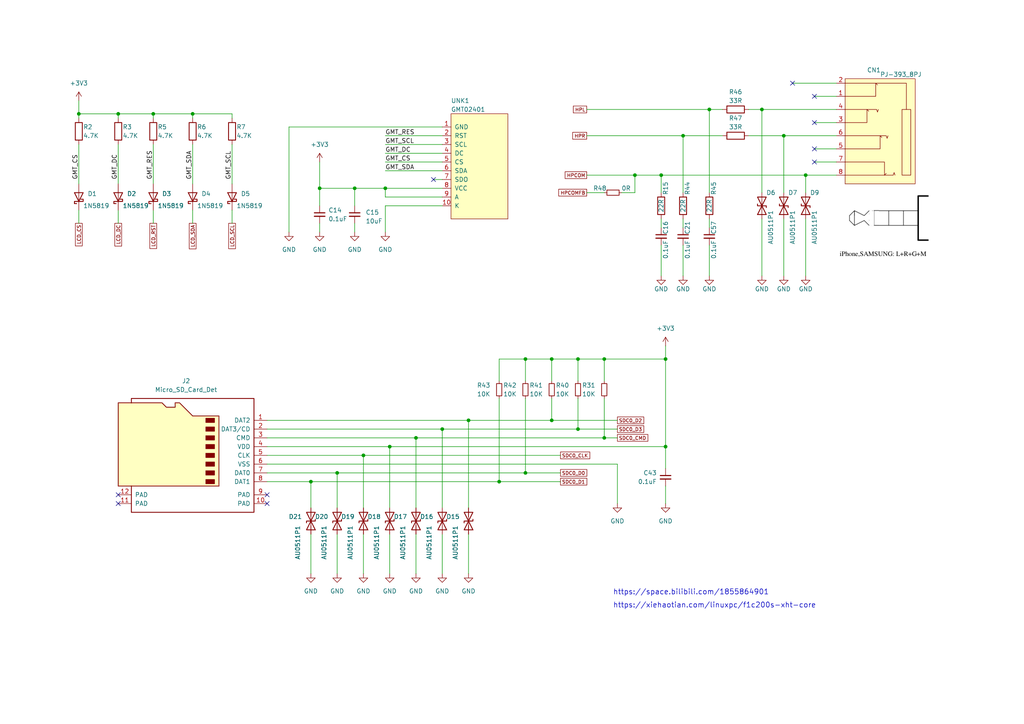
<source format=kicad_sch>
(kicad_sch (version 20211123) (generator eeschema)

  (uuid 4dca368d-196a-4da1-8024-84c4dbeebc2f)

  (paper "A4")

  (title_block
    (title "F1C200S_XHT_CORE")
    (date "2023-11-19")
    (rev "1.0")
    (comment 4 "Author: Xie Haotian")
  )

  (lib_symbols
    (symbol "Connector:Micro_SD_Card_Det" (pin_names (offset 1.016)) (in_bom yes) (on_board yes)
      (property "Reference" "J2" (id 0) (at 0.635 21.59 0)
        (effects (font (size 1.27 1.27)))
      )
      (property "Value" "Micro_SD_Card_Det" (id 1) (at 0.635 19.05 0)
        (effects (font (size 1.27 1.27)))
      )
      (property "Footprint" "F1c200s_XhtCore:TF-SMD_HYCW104-TF08-375B" (id 2) (at 52.07 17.78 0)
        (effects (font (size 1.27 1.27)) hide)
      )
      (property "Datasheet" "https://www.hirose.com/product/en/download_file/key_name/DM3/category/Catalog/doc_file_id/49662/?file_category_id=4&item_id=195&is_series=1" (id 3) (at 0 2.54 0)
        (effects (font (size 1.27 1.27)) hide)
      )
      (property "ki_keywords" "connector SD microsd" (id 4) (at 0 0 0)
        (effects (font (size 1.27 1.27)) hide)
      )
      (property "ki_description" "Micro SD Card Socket with card detection pins" (id 5) (at 0 0 0)
        (effects (font (size 1.27 1.27)) hide)
      )
      (property "ki_fp_filters" "microSD*" (id 6) (at 0 0 0)
        (effects (font (size 1.27 1.27)) hide)
      )
      (symbol "Micro_SD_Card_Det_0_1"
        (rectangle (start -7.62 -6.985) (end -5.08 -8.255)
          (stroke (width 0) (type default) (color 0 0 0 0))
          (fill (type outline))
        )
        (rectangle (start -7.62 -4.445) (end -5.08 -5.715)
          (stroke (width 0) (type default) (color 0 0 0 0))
          (fill (type outline))
        )
        (rectangle (start -7.62 -1.905) (end -5.08 -3.175)
          (stroke (width 0) (type default) (color 0 0 0 0))
          (fill (type outline))
        )
        (rectangle (start -7.62 0.635) (end -5.08 -0.635)
          (stroke (width 0) (type default) (color 0 0 0 0))
          (fill (type outline))
        )
        (rectangle (start -7.62 3.175) (end -5.08 1.905)
          (stroke (width 0) (type default) (color 0 0 0 0))
          (fill (type outline))
        )
        (rectangle (start -7.62 5.715) (end -5.08 4.445)
          (stroke (width 0) (type default) (color 0 0 0 0))
          (fill (type outline))
        )
        (rectangle (start -7.62 8.255) (end -5.08 6.985)
          (stroke (width 0) (type default) (color 0 0 0 0))
          (fill (type outline))
        )
        (rectangle (start -7.62 10.795) (end -5.08 9.525)
          (stroke (width 0) (type default) (color 0 0 0 0))
          (fill (type outline))
        )
        (polyline
          (pts
            (xy 16.51 15.24)
            (xy 16.51 16.51)
            (xy -19.05 16.51)
            (xy -19.05 -16.51)
            (xy 16.51 -16.51)
            (xy 16.51 -8.89)
          )
          (stroke (width 0.254) (type default) (color 0 0 0 0))
          (fill (type none))
        )
        (polyline
          (pts
            (xy -8.89 -8.89)
            (xy -8.89 11.43)
            (xy -1.27 11.43)
            (xy 2.54 15.24)
            (xy 3.81 15.24)
            (xy 3.81 13.97)
            (xy 6.35 13.97)
            (xy 7.62 15.24)
            (xy 20.32 15.24)
            (xy 20.32 -8.89)
            (xy -8.89 -8.89)
          )
          (stroke (width 0.254) (type default) (color 0 0 0 0))
          (fill (type background))
        )
      )
      (symbol "Micro_SD_Card_Det_1_1"
        (pin bidirectional line (at -22.86 10.16 0) (length 3.81)
          (name "DAT2" (effects (font (size 1.27 1.27))))
          (number "1" (effects (font (size 1.27 1.27))))
        )
        (pin passive line (at -22.86 -13.97 0) (length 3.81)
          (name "PAD" (effects (font (size 1.27 1.27))))
          (number "10" (effects (font (size 1.27 1.27))))
        )
        (pin passive line (at 20.32 -13.97 180) (length 3.81)
          (name "PAD" (effects (font (size 1.27 1.27))))
          (number "11" (effects (font (size 1.27 1.27))))
        )
        (pin passive line (at 20.32 -11.43 180) (length 3.81)
          (name "PAD" (effects (font (size 1.27 1.27))))
          (number "12" (effects (font (size 1.27 1.27))))
        )
        (pin bidirectional line (at -22.86 7.62 0) (length 3.81)
          (name "DAT3/CD" (effects (font (size 1.27 1.27))))
          (number "2" (effects (font (size 1.27 1.27))))
        )
        (pin input line (at -22.86 5.08 0) (length 3.81)
          (name "CMD" (effects (font (size 1.27 1.27))))
          (number "3" (effects (font (size 1.27 1.27))))
        )
        (pin power_in line (at -22.86 2.54 0) (length 3.81)
          (name "VDD" (effects (font (size 1.27 1.27))))
          (number "4" (effects (font (size 1.27 1.27))))
        )
        (pin input line (at -22.86 0 0) (length 3.81)
          (name "CLK" (effects (font (size 1.27 1.27))))
          (number "5" (effects (font (size 1.27 1.27))))
        )
        (pin power_in line (at -22.86 -2.54 0) (length 3.81)
          (name "VSS" (effects (font (size 1.27 1.27))))
          (number "6" (effects (font (size 1.27 1.27))))
        )
        (pin bidirectional line (at -22.86 -5.08 0) (length 3.81)
          (name "DAT0" (effects (font (size 1.27 1.27))))
          (number "7" (effects (font (size 1.27 1.27))))
        )
        (pin bidirectional line (at -22.86 -7.62 0) (length 3.81)
          (name "DAT1" (effects (font (size 1.27 1.27))))
          (number "8" (effects (font (size 1.27 1.27))))
        )
        (pin passive line (at -22.86 -11.43 0) (length 3.81)
          (name "PAD" (effects (font (size 1.27 1.27))))
          (number "9" (effects (font (size 1.27 1.27))))
        )
      )
    )
    (symbol "Device:C_Small" (pin_numbers hide) (pin_names (offset 0.254) hide) (in_bom yes) (on_board yes)
      (property "Reference" "C" (id 0) (at 0.254 1.778 0)
        (effects (font (size 1.27 1.27)) (justify left))
      )
      (property "Value" "C_Small" (id 1) (at 0.254 -2.032 0)
        (effects (font (size 1.27 1.27)) (justify left))
      )
      (property "Footprint" "" (id 2) (at 0 0 0)
        (effects (font (size 1.27 1.27)) hide)
      )
      (property "Datasheet" "~" (id 3) (at 0 0 0)
        (effects (font (size 1.27 1.27)) hide)
      )
      (property "ki_keywords" "capacitor cap" (id 4) (at 0 0 0)
        (effects (font (size 1.27 1.27)) hide)
      )
      (property "ki_description" "Unpolarized capacitor, small symbol" (id 5) (at 0 0 0)
        (effects (font (size 1.27 1.27)) hide)
      )
      (property "ki_fp_filters" "C_*" (id 6) (at 0 0 0)
        (effects (font (size 1.27 1.27)) hide)
      )
      (symbol "C_Small_0_1"
        (polyline
          (pts
            (xy -1.524 -0.508)
            (xy 1.524 -0.508)
          )
          (stroke (width 0.3302) (type default) (color 0 0 0 0))
          (fill (type none))
        )
        (polyline
          (pts
            (xy -1.524 0.508)
            (xy 1.524 0.508)
          )
          (stroke (width 0.3048) (type default) (color 0 0 0 0))
          (fill (type none))
        )
      )
      (symbol "C_Small_1_1"
        (pin passive line (at 0 2.54 270) (length 2.032)
          (name "~" (effects (font (size 1.27 1.27))))
          (number "1" (effects (font (size 1.27 1.27))))
        )
        (pin passive line (at 0 -2.54 90) (length 2.032)
          (name "~" (effects (font (size 1.27 1.27))))
          (number "2" (effects (font (size 1.27 1.27))))
        )
      )
    )
    (symbol "Device:D_TVS" (pin_numbers hide) (pin_names (offset 1.016) hide) (in_bom yes) (on_board yes)
      (property "Reference" "D" (id 0) (at 0 2.54 0)
        (effects (font (size 1.27 1.27)))
      )
      (property "Value" "D_TVS" (id 1) (at 0 -2.54 0)
        (effects (font (size 1.27 1.27)))
      )
      (property "Footprint" "" (id 2) (at 0 0 0)
        (effects (font (size 1.27 1.27)) hide)
      )
      (property "Datasheet" "~" (id 3) (at 0 0 0)
        (effects (font (size 1.27 1.27)) hide)
      )
      (property "ki_keywords" "diode TVS thyrector" (id 4) (at 0 0 0)
        (effects (font (size 1.27 1.27)) hide)
      )
      (property "ki_description" "Bidirectional transient-voltage-suppression diode" (id 5) (at 0 0 0)
        (effects (font (size 1.27 1.27)) hide)
      )
      (property "ki_fp_filters" "TO-???* *_Diode_* *SingleDiode* D_*" (id 6) (at 0 0 0)
        (effects (font (size 1.27 1.27)) hide)
      )
      (symbol "D_TVS_0_1"
        (polyline
          (pts
            (xy 1.27 0)
            (xy -1.27 0)
          )
          (stroke (width 0) (type default) (color 0 0 0 0))
          (fill (type none))
        )
        (polyline
          (pts
            (xy 0.508 1.27)
            (xy 0 1.27)
            (xy 0 -1.27)
            (xy -0.508 -1.27)
          )
          (stroke (width 0.254) (type default) (color 0 0 0 0))
          (fill (type none))
        )
        (polyline
          (pts
            (xy -2.54 1.27)
            (xy -2.54 -1.27)
            (xy 2.54 1.27)
            (xy 2.54 -1.27)
            (xy -2.54 1.27)
          )
          (stroke (width 0.254) (type default) (color 0 0 0 0))
          (fill (type none))
        )
      )
      (symbol "D_TVS_1_1"
        (pin passive line (at -3.81 0 0) (length 2.54)
          (name "A1" (effects (font (size 1.27 1.27))))
          (number "1" (effects (font (size 1.27 1.27))))
        )
        (pin passive line (at 3.81 0 180) (length 2.54)
          (name "A2" (effects (font (size 1.27 1.27))))
          (number "2" (effects (font (size 1.27 1.27))))
        )
      )
    )
    (symbol "Device:R" (pin_numbers hide) (pin_names (offset 0)) (in_bom yes) (on_board yes)
      (property "Reference" "R" (id 0) (at 2.032 0 90)
        (effects (font (size 1.27 1.27)))
      )
      (property "Value" "R" (id 1) (at 0 0 90)
        (effects (font (size 1.27 1.27)))
      )
      (property "Footprint" "" (id 2) (at -1.778 0 90)
        (effects (font (size 1.27 1.27)) hide)
      )
      (property "Datasheet" "~" (id 3) (at 0 0 0)
        (effects (font (size 1.27 1.27)) hide)
      )
      (property "ki_keywords" "R res resistor" (id 4) (at 0 0 0)
        (effects (font (size 1.27 1.27)) hide)
      )
      (property "ki_description" "Resistor" (id 5) (at 0 0 0)
        (effects (font (size 1.27 1.27)) hide)
      )
      (property "ki_fp_filters" "R_*" (id 6) (at 0 0 0)
        (effects (font (size 1.27 1.27)) hide)
      )
      (symbol "R_0_1"
        (rectangle (start -1.016 -2.54) (end 1.016 2.54)
          (stroke (width 0.254) (type default) (color 0 0 0 0))
          (fill (type none))
        )
      )
      (symbol "R_1_1"
        (pin passive line (at 0 3.81 270) (length 1.27)
          (name "~" (effects (font (size 1.27 1.27))))
          (number "1" (effects (font (size 1.27 1.27))))
        )
        (pin passive line (at 0 -3.81 90) (length 1.27)
          (name "~" (effects (font (size 1.27 1.27))))
          (number "2" (effects (font (size 1.27 1.27))))
        )
      )
    )
    (symbol "Device:R_Small" (pin_numbers hide) (pin_names (offset 0.254) hide) (in_bom yes) (on_board yes)
      (property "Reference" "R" (id 0) (at 0.762 0.508 0)
        (effects (font (size 1.27 1.27)) (justify left))
      )
      (property "Value" "R_Small" (id 1) (at 0.762 -1.016 0)
        (effects (font (size 1.27 1.27)) (justify left))
      )
      (property "Footprint" "" (id 2) (at 0 0 0)
        (effects (font (size 1.27 1.27)) hide)
      )
      (property "Datasheet" "~" (id 3) (at 0 0 0)
        (effects (font (size 1.27 1.27)) hide)
      )
      (property "ki_keywords" "R resistor" (id 4) (at 0 0 0)
        (effects (font (size 1.27 1.27)) hide)
      )
      (property "ki_description" "Resistor, small symbol" (id 5) (at 0 0 0)
        (effects (font (size 1.27 1.27)) hide)
      )
      (property "ki_fp_filters" "R_*" (id 6) (at 0 0 0)
        (effects (font (size 1.27 1.27)) hide)
      )
      (symbol "R_Small_0_1"
        (rectangle (start -0.762 1.778) (end 0.762 -1.778)
          (stroke (width 0.2032) (type default) (color 0 0 0 0))
          (fill (type none))
        )
      )
      (symbol "R_Small_1_1"
        (pin passive line (at 0 2.54 270) (length 0.762)
          (name "~" (effects (font (size 1.27 1.27))))
          (number "1" (effects (font (size 1.27 1.27))))
        )
        (pin passive line (at 0 -2.54 90) (length 0.762)
          (name "~" (effects (font (size 1.27 1.27))))
          (number "2" (effects (font (size 1.27 1.27))))
        )
      )
    )
    (symbol "Diode:1N5819" (pin_numbers hide) (pin_names (offset 1.016) hide) (in_bom yes) (on_board yes)
      (property "Reference" "D" (id 0) (at 0 2.54 0)
        (effects (font (size 1.27 1.27)))
      )
      (property "Value" "1N5819" (id 1) (at 0 -2.54 0)
        (effects (font (size 1.27 1.27)))
      )
      (property "Footprint" "Diode_THT:D_DO-41_SOD81_P10.16mm_Horizontal" (id 2) (at 0 -4.445 0)
        (effects (font (size 1.27 1.27)) hide)
      )
      (property "Datasheet" "http://www.vishay.com/docs/88525/1n5817.pdf" (id 3) (at 0 0 0)
        (effects (font (size 1.27 1.27)) hide)
      )
      (property "ki_keywords" "diode Schottky" (id 4) (at 0 0 0)
        (effects (font (size 1.27 1.27)) hide)
      )
      (property "ki_description" "40V 1A Schottky Barrier Rectifier Diode, DO-41" (id 5) (at 0 0 0)
        (effects (font (size 1.27 1.27)) hide)
      )
      (property "ki_fp_filters" "D*DO?41*" (id 6) (at 0 0 0)
        (effects (font (size 1.27 1.27)) hide)
      )
      (symbol "1N5819_0_1"
        (polyline
          (pts
            (xy 1.27 0)
            (xy -1.27 0)
          )
          (stroke (width 0) (type default) (color 0 0 0 0))
          (fill (type none))
        )
        (polyline
          (pts
            (xy 1.27 1.27)
            (xy 1.27 -1.27)
            (xy -1.27 0)
            (xy 1.27 1.27)
          )
          (stroke (width 0.254) (type default) (color 0 0 0 0))
          (fill (type none))
        )
        (polyline
          (pts
            (xy -1.905 0.635)
            (xy -1.905 1.27)
            (xy -1.27 1.27)
            (xy -1.27 -1.27)
            (xy -0.635 -1.27)
            (xy -0.635 -0.635)
          )
          (stroke (width 0.254) (type default) (color 0 0 0 0))
          (fill (type none))
        )
      )
      (symbol "1N5819_1_1"
        (pin passive line (at -3.81 0 0) (length 2.54)
          (name "K" (effects (font (size 1.27 1.27))))
          (number "1" (effects (font (size 1.27 1.27))))
        )
        (pin passive line (at 3.81 0 180) (length 2.54)
          (name "A" (effects (font (size 1.27 1.27))))
          (number "2" (effects (font (size 1.27 1.27))))
        )
      )
    )
    (symbol "GND_10" (power) (pin_names (offset 0)) (in_bom yes) (on_board yes)
      (property "Reference" "#PWR" (id 0) (at 0 -6.35 0)
        (effects (font (size 1.27 1.27)) hide)
      )
      (property "Value" "GND_10" (id 1) (at 0 -3.81 0)
        (effects (font (size 1.27 1.27)))
      )
      (property "Footprint" "" (id 2) (at 0 0 0)
        (effects (font (size 1.27 1.27)) hide)
      )
      (property "Datasheet" "" (id 3) (at 0 0 0)
        (effects (font (size 1.27 1.27)) hide)
      )
      (property "ki_keywords" "global power" (id 4) (at 0 0 0)
        (effects (font (size 1.27 1.27)) hide)
      )
      (property "ki_description" "Power symbol creates a global label with name \"GND\" , ground" (id 5) (at 0 0 0)
        (effects (font (size 1.27 1.27)) hide)
      )
      (symbol "GND_10_0_1"
        (polyline
          (pts
            (xy 0 0)
            (xy 0 -1.27)
            (xy 1.27 -1.27)
            (xy 0 -2.54)
            (xy -1.27 -1.27)
            (xy 0 -1.27)
          )
          (stroke (width 0) (type default) (color 0 0 0 0))
          (fill (type none))
        )
      )
      (symbol "GND_10_1_1"
        (pin power_in line (at 0 0 270) (length 0) hide
          (name "GND" (effects (font (size 1.27 1.27))))
          (number "1" (effects (font (size 1.27 1.27))))
        )
      )
    )
    (symbol "GND_11" (power) (pin_names (offset 0)) (in_bom yes) (on_board yes)
      (property "Reference" "#PWR" (id 0) (at 0 -6.35 0)
        (effects (font (size 1.27 1.27)) hide)
      )
      (property "Value" "GND_11" (id 1) (at 0 -3.81 0)
        (effects (font (size 1.27 1.27)))
      )
      (property "Footprint" "" (id 2) (at 0 0 0)
        (effects (font (size 1.27 1.27)) hide)
      )
      (property "Datasheet" "" (id 3) (at 0 0 0)
        (effects (font (size 1.27 1.27)) hide)
      )
      (property "ki_keywords" "global power" (id 4) (at 0 0 0)
        (effects (font (size 1.27 1.27)) hide)
      )
      (property "ki_description" "Power symbol creates a global label with name \"GND\" , ground" (id 5) (at 0 0 0)
        (effects (font (size 1.27 1.27)) hide)
      )
      (symbol "GND_11_0_1"
        (polyline
          (pts
            (xy 0 0)
            (xy 0 -1.27)
            (xy 1.27 -1.27)
            (xy 0 -2.54)
            (xy -1.27 -1.27)
            (xy 0 -1.27)
          )
          (stroke (width 0) (type default) (color 0 0 0 0))
          (fill (type none))
        )
      )
      (symbol "GND_11_1_1"
        (pin power_in line (at 0 0 270) (length 0) hide
          (name "GND" (effects (font (size 1.27 1.27))))
          (number "1" (effects (font (size 1.27 1.27))))
        )
      )
    )
    (symbol "GND_8" (power) (pin_names (offset 0)) (in_bom yes) (on_board yes)
      (property "Reference" "#PWR" (id 0) (at 0 -6.35 0)
        (effects (font (size 1.27 1.27)) hide)
      )
      (property "Value" "GND_8" (id 1) (at 0 -3.81 0)
        (effects (font (size 1.27 1.27)))
      )
      (property "Footprint" "" (id 2) (at 0 0 0)
        (effects (font (size 1.27 1.27)) hide)
      )
      (property "Datasheet" "" (id 3) (at 0 0 0)
        (effects (font (size 1.27 1.27)) hide)
      )
      (property "ki_keywords" "global power" (id 4) (at 0 0 0)
        (effects (font (size 1.27 1.27)) hide)
      )
      (property "ki_description" "Power symbol creates a global label with name \"GND\" , ground" (id 5) (at 0 0 0)
        (effects (font (size 1.27 1.27)) hide)
      )
      (symbol "GND_8_0_1"
        (polyline
          (pts
            (xy 0 0)
            (xy 0 -1.27)
            (xy 1.27 -1.27)
            (xy 0 -2.54)
            (xy -1.27 -1.27)
            (xy 0 -1.27)
          )
          (stroke (width 0) (type default) (color 0 0 0 0))
          (fill (type none))
        )
      )
      (symbol "GND_8_1_1"
        (pin power_in line (at 0 0 270) (length 0) hide
          (name "GND" (effects (font (size 1.27 1.27))))
          (number "1" (effects (font (size 1.27 1.27))))
        )
      )
    )
    (symbol "GND_9" (power) (pin_names (offset 0)) (in_bom yes) (on_board yes)
      (property "Reference" "#PWR" (id 0) (at 0 -6.35 0)
        (effects (font (size 1.27 1.27)) hide)
      )
      (property "Value" "GND_9" (id 1) (at 0 -3.81 0)
        (effects (font (size 1.27 1.27)))
      )
      (property "Footprint" "" (id 2) (at 0 0 0)
        (effects (font (size 1.27 1.27)) hide)
      )
      (property "Datasheet" "" (id 3) (at 0 0 0)
        (effects (font (size 1.27 1.27)) hide)
      )
      (property "ki_keywords" "global power" (id 4) (at 0 0 0)
        (effects (font (size 1.27 1.27)) hide)
      )
      (property "ki_description" "Power symbol creates a global label with name \"GND\" , ground" (id 5) (at 0 0 0)
        (effects (font (size 1.27 1.27)) hide)
      )
      (symbol "GND_9_0_1"
        (polyline
          (pts
            (xy 0 0)
            (xy 0 -1.27)
            (xy 1.27 -1.27)
            (xy 0 -2.54)
            (xy -1.27 -1.27)
            (xy 0 -1.27)
          )
          (stroke (width 0) (type default) (color 0 0 0 0))
          (fill (type none))
        )
      )
      (symbol "GND_9_1_1"
        (pin power_in line (at 0 0 270) (length 0) hide
          (name "GND" (effects (font (size 1.27 1.27))))
          (number "1" (effects (font (size 1.27 1.27))))
        )
      )
    )
    (symbol "PJ-393 8PJ:PJ-393_8PJ" (pin_names (offset 1.016) hide) (in_bom yes) (on_board yes)
      (property "Reference" "CN?" (id 0) (at 6.35 11.43 0)
        (effects (font (size 1.27 1.27)) (justify right))
      )
      (property "Value" "PJ-393_8PJ" (id 1) (at 2.54 10.16 0)
        (effects (font (size 1.27 1.27)) (justify right))
      )
      (property "Footprint" "kicad_lceda:AUDIO-SMD_PJ-393-8PJ" (id 2) (at -1.27 -50.927 0)
        (effects (font (size 1.27 1.27)) hide)
      )
      (property "Datasheet" "https://atta.szlcsc.com/upload/public/pdf/source/20200618/C668609_B3D3620E29D688A8D9B3904B2EC14247.pdf" (id 3) (at -1.27 -45.847 0)
        (effects (font (size 1.27 1.27)) hide)
      )
      (property "SuppliersPartNumber" "C668609" (id 4) (at -1.27 -40.767 0)
        (effects (font (size 1.27 1.27)) hide)
      )
      (property "uuid" "pro:3babd1047fb84c78a14094fa634263ad" (id 5) (at -1.27 -35.687 0)
        (effects (font (size 1.27 1.27)) hide)
      )
      (symbol "PJ-393_8PJ_0_1"
        (rectangle (start -7.62 8.89) (end 12.7 -21.59)
          (stroke (width 0) (type default) (color 0 0 0 0))
          (fill (type background))
        )
        (rectangle (start -6.35 0) (end -3.81 -19.05)
          (stroke (width 0) (type default) (color 0 0 0 0))
          (fill (type none))
        )
        (polyline
          (pts
            (xy 12.7 7.62)
            (xy -5.08 7.62)
            (xy -5.08 0)
          )
          (stroke (width 0) (type default) (color 0 0 0 0))
          (fill (type none))
        )
      )
      (symbol "PJ-393_8PJ_1_1"
        (polyline
          (pts
            (xy 12.7 -19.05)
            (xy -1.27 -19.05)
            (xy -1.27 -19.05)
            (xy -1.524 -18.288)
            (xy -1.524 -18.288)
            (xy -1.778 -19.05)
          )
          (stroke (width 0) (type default) (color 0 0 0 0))
          (fill (type none))
        )
        (polyline
          (pts
            (xy 12.7 -7.62)
            (xy 0.762 -7.62)
            (xy 0.762 -7.62)
            (xy 0.508 -8.382)
            (xy 0.508 -8.382)
            (xy 0.254 -7.62)
          )
          (stroke (width 0) (type default) (color 0 0 0 0))
          (fill (type none))
        )
        (polyline
          (pts
            (xy 12.7 0)
            (xy 3.556 0)
            (xy 3.556 0)
            (xy 3.302 -0.762)
            (xy 3.302 -0.762)
            (xy 3.048 0)
          )
          (stroke (width 0) (type default) (color 0 0 0 0))
          (fill (type none))
        )
        (polyline
          (pts
            (xy 12.7 -15.24)
            (xy 2.54 -15.24)
            (xy 2.54 -15.24)
            (xy 1.27 -15.24)
            (xy 1.27 -16.51)
            (xy 1.27 -19.05)
            (xy 1.27 -19.05)
            (xy 0.762 -18.542)
          )
          (stroke (width 0) (type default) (color 0 0 0 0))
          (fill (type none))
        )
        (polyline
          (pts
            (xy 12.7 -11.43)
            (xy 3.81 -11.43)
            (xy 3.81 -11.43)
            (xy 2.54 -11.43)
            (xy 2.54 -10.16)
            (xy 2.54 -7.62)
            (xy 2.54 -7.62)
            (xy 2.032 -8.128)
          )
          (stroke (width 0) (type default) (color 0 0 0 0))
          (fill (type none))
        )
        (polyline
          (pts
            (xy 12.7 -3.81)
            (xy 7.62 -3.81)
            (xy 7.62 -3.81)
            (xy 6.35 -3.81)
            (xy 6.35 -2.54)
            (xy 6.35 0)
            (xy 6.35 0)
            (xy 5.842 -0.508)
          )
          (stroke (width 0) (type default) (color 0 0 0 0))
          (fill (type none))
        )
        (polyline
          (pts
            (xy 12.7 3.81)
            (xy 5.08 3.81)
            (xy 5.08 3.81)
            (xy 3.81 3.81)
            (xy 3.81 5.08)
            (xy 3.81 7.62)
            (xy 3.81 7.62)
            (xy 3.302 7.112)
          )
          (stroke (width 0) (type default) (color 0 0 0 0))
          (fill (type none))
        )
        (pin input line (at 15.24 3.81 180) (length 2.54)
          (name "1" (effects (font (size 1.27 1.27))))
          (number "1" (effects (font (size 1.27 1.27))))
        )
        (pin input line (at 15.24 7.62 180) (length 2.54)
          (name "2" (effects (font (size 1.27 1.27))))
          (number "2" (effects (font (size 1.27 1.27))))
        )
        (pin input line (at 15.24 -3.81 180) (length 2.54)
          (name "3" (effects (font (size 1.27 1.27))))
          (number "3" (effects (font (size 1.27 1.27))))
        )
        (pin input line (at 15.24 0 180) (length 2.54)
          (name "4" (effects (font (size 1.27 1.27))))
          (number "4" (effects (font (size 1.27 1.27))))
        )
        (pin input line (at 15.24 -11.43 180) (length 2.54)
          (name "5" (effects (font (size 1.27 1.27))))
          (number "5" (effects (font (size 1.27 1.27))))
        )
        (pin input line (at 15.24 -7.62 180) (length 2.54)
          (name "6" (effects (font (size 1.27 1.27))))
          (number "6" (effects (font (size 1.27 1.27))))
        )
        (pin input line (at 15.24 -15.24 180) (length 2.54)
          (name "7" (effects (font (size 1.27 1.27))))
          (number "7" (effects (font (size 1.27 1.27))))
        )
        (pin input line (at 15.24 -19.05 180) (length 2.54)
          (name "8" (effects (font (size 1.27 1.27))))
          (number "8" (effects (font (size 1.27 1.27))))
        )
      )
    )
    (symbol "gmt02401:gmt02401" (pin_names (offset 1.016)) (in_bom yes) (on_board yes)
      (property "Reference" "UNK?" (id 0) (at 10.16 -6.3499 0)
        (effects (font (size 1.27 1.27)) (justify left))
      )
      (property "Value" "gmt02401" (id 1) (at 10.16 -8.8899 0)
        (effects (font (size 1.27 1.27)) (justify left))
      )
      (property "Footprint" "gmt024:LCD_GMT024-01" (id 2) (at 0 0 0)
        (effects (font (size 1.27 1.27)) hide)
      )
      (property "Datasheet" "" (id 3) (at 0 0 0)
        (effects (font (size 1.27 1.27)) hide)
      )
      (symbol "gmt02401_0_0"
        (rectangle (start -7.62 7.62) (end 8.89 -22.86)
          (stroke (width 0) (type default) (color 0 0 0 0))
          (fill (type background))
        )
      )
      (symbol "gmt02401_1_0"
        (pin unspecified line (at -10.16 3.81 0) (length 2.54)
          (name "GND" (effects (font (size 1.27 1.27))))
          (number "1" (effects (font (size 1.27 1.27))))
        )
        (pin unspecified line (at -10.16 -19.05 0) (length 2.54)
          (name "K" (effects (font (size 1.27 1.27))))
          (number "10" (effects (font (size 1.27 1.27))))
        )
        (pin unspecified line (at -10.16 1.27 0) (length 2.54)
          (name "RST" (effects (font (size 1.27 1.27))))
          (number "2" (effects (font (size 1.27 1.27))))
        )
        (pin unspecified line (at -10.16 -1.27 0) (length 2.54)
          (name "SCL" (effects (font (size 1.27 1.27))))
          (number "3" (effects (font (size 1.27 1.27))))
        )
        (pin unspecified line (at -10.16 -3.81 0) (length 2.54)
          (name "DC" (effects (font (size 1.27 1.27))))
          (number "4" (effects (font (size 1.27 1.27))))
        )
        (pin unspecified line (at -10.16 -6.35 0) (length 2.54)
          (name "CS" (effects (font (size 1.27 1.27))))
          (number "5" (effects (font (size 1.27 1.27))))
        )
        (pin unspecified line (at -10.16 -8.89 0) (length 2.54)
          (name "SDA" (effects (font (size 1.27 1.27))))
          (number "6" (effects (font (size 1.27 1.27))))
        )
        (pin unspecified line (at -10.16 -11.43 0) (length 2.54)
          (name "SDO" (effects (font (size 1.27 1.27))))
          (number "7" (effects (font (size 1.27 1.27))))
        )
        (pin unspecified line (at -10.16 -13.97 0) (length 2.54)
          (name "VCC" (effects (font (size 1.27 1.27))))
          (number "8" (effects (font (size 1.27 1.27))))
        )
        (pin unspecified line (at -10.16 -16.51 0) (length 2.54)
          (name "A" (effects (font (size 1.27 1.27))))
          (number "9" (effects (font (size 1.27 1.27))))
        )
      )
    )
    (symbol "power:+3V3" (power) (pin_names (offset 0)) (in_bom yes) (on_board yes)
      (property "Reference" "#PWR" (id 0) (at 0 -3.81 0)
        (effects (font (size 1.27 1.27)) hide)
      )
      (property "Value" "+3V3" (id 1) (at 0 3.556 0)
        (effects (font (size 1.27 1.27)))
      )
      (property "Footprint" "" (id 2) (at 0 0 0)
        (effects (font (size 1.27 1.27)) hide)
      )
      (property "Datasheet" "" (id 3) (at 0 0 0)
        (effects (font (size 1.27 1.27)) hide)
      )
      (property "ki_keywords" "global power" (id 4) (at 0 0 0)
        (effects (font (size 1.27 1.27)) hide)
      )
      (property "ki_description" "Power symbol creates a global label with name \"+3V3\"" (id 5) (at 0 0 0)
        (effects (font (size 1.27 1.27)) hide)
      )
      (symbol "+3V3_0_1"
        (polyline
          (pts
            (xy -0.762 1.27)
            (xy 0 2.54)
          )
          (stroke (width 0) (type default) (color 0 0 0 0))
          (fill (type none))
        )
        (polyline
          (pts
            (xy 0 0)
            (xy 0 2.54)
          )
          (stroke (width 0) (type default) (color 0 0 0 0))
          (fill (type none))
        )
        (polyline
          (pts
            (xy 0 2.54)
            (xy 0.762 1.27)
          )
          (stroke (width 0) (type default) (color 0 0 0 0))
          (fill (type none))
        )
      )
      (symbol "+3V3_1_1"
        (pin power_in line (at 0 0 90) (length 0) hide
          (name "+3V3" (effects (font (size 1.27 1.27))))
          (number "1" (effects (font (size 1.27 1.27))))
        )
      )
    )
  )

  (junction (at 90.17 139.7) (diameter 0) (color 0 0 0 0)
    (uuid 01d3036f-65f2-4a4e-8856-b814fb581fc4)
  )
  (junction (at 175.26 127) (diameter 0) (color 0 0 0 0)
    (uuid 0f228ac9-e78f-41c9-b570-1661dbc707b5)
  )
  (junction (at 220.98 31.75) (diameter 0) (color 0 0 0 0)
    (uuid 10903d81-8859-4159-9693-8009e1d79944)
  )
  (junction (at 152.4 104.14) (diameter 0) (color 0 0 0 0)
    (uuid 11889f15-cd6e-45cb-85f7-f80ac1a87ccb)
  )
  (junction (at 144.78 139.7) (diameter 0) (color 0 0 0 0)
    (uuid 14cd2ad1-af14-4858-82e4-fda83b87b082)
  )
  (junction (at 198.12 39.37) (diameter 0) (color 0 0 0 0)
    (uuid 211dea6b-fc1a-4895-aa13-eca7fb85daa9)
  )
  (junction (at 102.87 54.61) (diameter 0) (color 0 0 0 0)
    (uuid 27cbe64c-025d-4de6-b6ef-6d163faaab3f)
  )
  (junction (at 193.04 104.14) (diameter 0) (color 0 0 0 0)
    (uuid 407de490-a4f3-4a84-850f-4a4f45fd0602)
  )
  (junction (at 227.33 39.37) (diameter 0) (color 0 0 0 0)
    (uuid 636becbd-cfcc-4ec6-b8d2-24bfb5215c11)
  )
  (junction (at 205.74 31.75) (diameter 0) (color 0 0 0 0)
    (uuid 6fc6b92b-c3d2-464b-9cc7-e7bdbefb17f7)
  )
  (junction (at 111.76 54.61) (diameter 0) (color 0 0 0 0)
    (uuid 81115b4e-2812-45d4-968a-27d9edf3afe1)
  )
  (junction (at 113.03 129.54) (diameter 0) (color 0 0 0 0)
    (uuid 82203f6c-ff46-4bba-9b2f-a09517d9b847)
  )
  (junction (at 44.45 33.02) (diameter 0) (color 0 0 0 0)
    (uuid 896ca2d3-a402-4b05-8253-1599c015430c)
  )
  (junction (at 175.26 104.14) (diameter 0) (color 0 0 0 0)
    (uuid 89e74d38-b6c9-4a5f-b7d9-161ff1377575)
  )
  (junction (at 193.04 129.54) (diameter 0) (color 0 0 0 0)
    (uuid 8a3f7804-e594-4550-aae9-9e8db850a59a)
  )
  (junction (at 22.86 33.02) (diameter 0) (color 0 0 0 0)
    (uuid 8a97b37c-5145-4a5d-857c-b04a7565cdc7)
  )
  (junction (at 167.64 124.46) (diameter 0) (color 0 0 0 0)
    (uuid 9194b4ea-9738-4246-ac7b-1a6ac442cd4f)
  )
  (junction (at 97.79 137.16) (diameter 0) (color 0 0 0 0)
    (uuid 9247a3db-6dba-49ba-9b85-92778cdd49b3)
  )
  (junction (at 160.02 121.92) (diameter 0) (color 0 0 0 0)
    (uuid 94f06719-d3a0-405d-921b-8563ac538a81)
  )
  (junction (at 191.77 50.8) (diameter 0) (color 0 0 0 0)
    (uuid 9b3f928f-6e2a-4248-857d-9439c601e888)
  )
  (junction (at 152.4 137.16) (diameter 0) (color 0 0 0 0)
    (uuid 9c366558-af35-498c-a38d-0359eb05fb94)
  )
  (junction (at 92.71 54.61) (diameter 0) (color 0 0 0 0)
    (uuid 9cf76c99-1694-49ab-850f-8a48a9a5a025)
  )
  (junction (at 34.29 33.02) (diameter 0) (color 0 0 0 0)
    (uuid a2dad196-39a1-4062-8b4d-599673003d1c)
  )
  (junction (at 184.15 50.8) (diameter 0) (color 0 0 0 0)
    (uuid a764a87c-41be-4bf6-89a3-4c08875031d7)
  )
  (junction (at 128.27 124.46) (diameter 0) (color 0 0 0 0)
    (uuid a7fa9c1c-39c5-4658-ac0d-d3eb769d1ec6)
  )
  (junction (at 55.88 33.02) (diameter 0) (color 0 0 0 0)
    (uuid a8adcce8-db0d-4090-a672-67e5294acc7d)
  )
  (junction (at 233.68 50.8) (diameter 0) (color 0 0 0 0)
    (uuid b0e34ec0-2823-4965-a6c6-111694180b88)
  )
  (junction (at 120.65 127) (diameter 0) (color 0 0 0 0)
    (uuid b8e8e14e-877b-440a-bc36-212ade0319e6)
  )
  (junction (at 160.02 104.14) (diameter 0) (color 0 0 0 0)
    (uuid d379864a-1518-4146-90b4-b9abfc33be41)
  )
  (junction (at 105.41 132.08) (diameter 0) (color 0 0 0 0)
    (uuid d7e40019-5a18-4dcb-b36f-c416be507306)
  )
  (junction (at 167.64 104.14) (diameter 0) (color 0 0 0 0)
    (uuid dace6d4a-6c53-423d-a5ea-80ed14e59014)
  )
  (junction (at 135.89 121.92) (diameter 0) (color 0 0 0 0)
    (uuid e3353358-ad02-470e-9379-3e2ccbec1e2f)
  )

  (no_connect (at 236.22 35.56) (uuid 1a152509-9cb0-49d4-a34d-f341664825eb))
  (no_connect (at 77.47 143.51) (uuid 71597f1b-bc19-47ff-be17-e4ae4323e037))
  (no_connect (at 34.29 143.51) (uuid 8fbffd47-3340-4041-9ab0-32293d81aedb))
  (no_connect (at 236.22 46.99) (uuid a41c107e-9887-41cf-ab52-84edfc38662a))
  (no_connect (at 236.22 27.94) (uuid a9e32fce-d147-4ce0-afc1-39b6bf70e021))
  (no_connect (at 34.29 146.05) (uuid b8544822-53ce-4185-9ac0-b51e96f4651e))
  (no_connect (at 229.87 24.13) (uuid cb7fe640-8b33-458a-bd91-5b90a3d5162a))
  (no_connect (at 77.47 146.05) (uuid d272bb27-b45c-4319-9bda-656b5266e034))
  (no_connect (at 125.73 52.07) (uuid dc1adb66-273f-490e-ad3e-0869e9171a6a))
  (no_connect (at 236.22 43.18) (uuid f29fbe6d-8419-4034-bd99-52b6535dac15))

  (wire (pts (xy 193.04 104.14) (xy 175.26 104.14))
    (stroke (width 0) (type default) (color 0 0 0 0))
    (uuid 0059f381-8538-4846-84ab-754d66c0d10a)
  )
  (wire (pts (xy 227.33 39.37) (xy 227.33 55.88))
    (stroke (width 0) (type default) (color 0 0 0 0))
    (uuid 011af302-b9d0-48dd-bd95-9df061932167)
  )
  (wire (pts (xy 34.29 41.91) (xy 34.29 53.34))
    (stroke (width 0) (type default) (color 0 0 0 0))
    (uuid 024ebcf1-9bce-4925-a906-25978ead5fd3)
  )
  (wire (pts (xy 236.22 43.18) (xy 242.57 43.18))
    (stroke (width 0) (type default) (color 0 0 0 0))
    (uuid 054a48c3-dfc3-4919-b238-8cb2b83f10dc)
  )
  (wire (pts (xy 179.07 124.46) (xy 167.64 124.46))
    (stroke (width 0) (type default) (color 0 0 0 0))
    (uuid 05c52db0-0e22-42f1-9645-d7fe32c2f870)
  )
  (wire (pts (xy 120.65 154.94) (xy 120.65 166.37))
    (stroke (width 0) (type default) (color 0 0 0 0))
    (uuid 0bc8b8cf-f6d4-4437-9b88-df8f9fb795b0)
  )
  (wire (pts (xy 120.65 127) (xy 77.47 127))
    (stroke (width 0) (type default) (color 0 0 0 0))
    (uuid 0bfccf59-f974-46cc-803a-4158018b8a9d)
  )
  (wire (pts (xy 152.4 115.57) (xy 152.4 137.16))
    (stroke (width 0) (type default) (color 0 0 0 0))
    (uuid 0cc46c4f-25a1-4c83-8367-91659b8494de)
  )
  (wire (pts (xy 233.68 50.8) (xy 233.68 55.88))
    (stroke (width 0) (type default) (color 0 0 0 0))
    (uuid 0da2bb39-4872-49b0-bfc6-9954ef96d2a7)
  )
  (wire (pts (xy 128.27 124.46) (xy 77.47 124.46))
    (stroke (width 0) (type default) (color 0 0 0 0))
    (uuid 0f5cd55a-b50a-400e-8449-905ee04bd149)
  )
  (wire (pts (xy 175.26 104.14) (xy 167.64 104.14))
    (stroke (width 0) (type default) (color 0 0 0 0))
    (uuid 0f946ef6-3058-4391-b9ec-e10062e9cd02)
  )
  (wire (pts (xy 97.79 137.16) (xy 77.47 137.16))
    (stroke (width 0) (type default) (color 0 0 0 0))
    (uuid 125e084a-b58f-4879-995c-f62b71ae4202)
  )
  (wire (pts (xy 160.02 104.14) (xy 160.02 110.49))
    (stroke (width 0) (type default) (color 0 0 0 0))
    (uuid 13b037c2-3f82-463e-b43b-e348f7db54d2)
  )
  (wire (pts (xy 97.79 137.16) (xy 97.79 147.32))
    (stroke (width 0) (type default) (color 0 0 0 0))
    (uuid 14c02062-a279-430a-83a8-21487a106070)
  )
  (wire (pts (xy 92.71 46.99) (xy 92.71 54.61))
    (stroke (width 0) (type default) (color 0 0 0 0))
    (uuid 15ec3c50-bd33-4f7f-a76c-b91b2562ee6c)
  )
  (wire (pts (xy 193.04 100.33) (xy 193.04 104.14))
    (stroke (width 0) (type default) (color 0 0 0 0))
    (uuid 16880dfc-baaa-4076-a5a6-c46fc347a98e)
  )
  (wire (pts (xy 111.76 54.61) (xy 111.76 57.15))
    (stroke (width 0) (type default) (color 0 0 0 0))
    (uuid 1776f7fb-46f1-4287-8555-5007bc51d519)
  )
  (wire (pts (xy 44.45 60.96) (xy 44.45 64.77))
    (stroke (width 0) (type default) (color 0 0 0 0))
    (uuid 19930fe7-a3b5-4b2a-b701-e683ead50fb9)
  )
  (wire (pts (xy 83.82 67.31) (xy 83.82 36.83))
    (stroke (width 0) (type default) (color 0 0 0 0))
    (uuid 19a2be98-fa99-4ea9-a3e4-81e51bfa5b60)
  )
  (wire (pts (xy 198.12 63.5) (xy 198.12 66.04))
    (stroke (width 0) (type default) (color 0 0 0 0))
    (uuid 19ba206a-1aca-45ce-8f5e-88ddeb323949)
  )
  (wire (pts (xy 170.18 50.8) (xy 184.15 50.8))
    (stroke (width 0) (type default) (color 0 0 0 0))
    (uuid 1b28dbd8-fe8e-4254-a653-bab8197c36f8)
  )
  (wire (pts (xy 233.68 50.8) (xy 191.77 50.8))
    (stroke (width 0) (type default) (color 0 0 0 0))
    (uuid 1dee7318-9f98-46e3-b125-23f34653a992)
  )
  (wire (pts (xy 180.34 55.88) (xy 184.15 55.88))
    (stroke (width 0) (type default) (color 0 0 0 0))
    (uuid 223c43ea-1bea-49bc-ac28-ca40284dc1ec)
  )
  (wire (pts (xy 220.98 63.5) (xy 220.98 80.01))
    (stroke (width 0) (type default) (color 0 0 0 0))
    (uuid 235342a4-9273-43bc-a092-293919ad2997)
  )
  (wire (pts (xy 144.78 115.57) (xy 144.78 139.7))
    (stroke (width 0) (type default) (color 0 0 0 0))
    (uuid 23de1219-bb73-40d7-817f-c57e81cbaba9)
  )
  (wire (pts (xy 105.41 132.08) (xy 77.47 132.08))
    (stroke (width 0) (type default) (color 0 0 0 0))
    (uuid 274d8315-c5d9-45e1-b92b-9e35d16812e1)
  )
  (wire (pts (xy 175.26 104.14) (xy 175.26 110.49))
    (stroke (width 0) (type default) (color 0 0 0 0))
    (uuid 283c01db-8bb9-475a-8b59-7b8f84191272)
  )
  (wire (pts (xy 152.4 104.14) (xy 144.78 104.14))
    (stroke (width 0) (type default) (color 0 0 0 0))
    (uuid 28f41d92-f3ab-4eb0-b860-3771ab1bfbed)
  )
  (wire (pts (xy 167.64 124.46) (xy 128.27 124.46))
    (stroke (width 0) (type default) (color 0 0 0 0))
    (uuid 2d5fec40-c782-458f-8e32-3b6e2604334e)
  )
  (wire (pts (xy 55.88 41.91) (xy 55.88 53.34))
    (stroke (width 0) (type default) (color 0 0 0 0))
    (uuid 2e224a17-735d-458c-afd6-a52e0d980baa)
  )
  (wire (pts (xy 162.56 132.08) (xy 105.41 132.08))
    (stroke (width 0) (type default) (color 0 0 0 0))
    (uuid 32e862ea-ac23-49bd-87fd-69e0d476644b)
  )
  (wire (pts (xy 102.87 54.61) (xy 111.76 54.61))
    (stroke (width 0) (type default) (color 0 0 0 0))
    (uuid 33f6afcd-1b5f-4957-be05-9e928f5984ea)
  )
  (wire (pts (xy 102.87 64.77) (xy 102.87 67.31))
    (stroke (width 0) (type default) (color 0 0 0 0))
    (uuid 35905a0d-1378-4b03-b970-5fc151e82571)
  )
  (wire (pts (xy 22.86 41.91) (xy 22.86 53.34))
    (stroke (width 0) (type default) (color 0 0 0 0))
    (uuid 35d47b43-ee14-44f9-a929-766116af6d41)
  )
  (wire (pts (xy 125.73 52.07) (xy 128.27 52.07))
    (stroke (width 0) (type default) (color 0 0 0 0))
    (uuid 37033af6-acb5-4ccf-97d9-4aaf3b0dd053)
  )
  (wire (pts (xy 167.64 115.57) (xy 167.64 124.46))
    (stroke (width 0) (type default) (color 0 0 0 0))
    (uuid 37da7db4-3137-4e5e-9c85-819cc571108f)
  )
  (wire (pts (xy 179.07 134.62) (xy 179.07 146.05))
    (stroke (width 0) (type default) (color 0 0 0 0))
    (uuid 3eebed7a-12cb-4714-8744-2d67a09d54d1)
  )
  (wire (pts (xy 83.82 36.83) (xy 128.27 36.83))
    (stroke (width 0) (type default) (color 0 0 0 0))
    (uuid 40cedcef-c510-4fd6-88c0-20ae0250144d)
  )
  (wire (pts (xy 217.17 39.37) (xy 227.33 39.37))
    (stroke (width 0) (type default) (color 0 0 0 0))
    (uuid 4109cc4f-8d12-4c52-990c-6cb28c8a139d)
  )
  (wire (pts (xy 162.56 139.7) (xy 144.78 139.7))
    (stroke (width 0) (type default) (color 0 0 0 0))
    (uuid 42efc22c-e55b-4b6d-ba1d-2a7c4c3eef50)
  )
  (wire (pts (xy 220.98 31.75) (xy 220.98 55.88))
    (stroke (width 0) (type default) (color 0 0 0 0))
    (uuid 4627d27e-f76e-415e-be95-eb503d5377a7)
  )
  (wire (pts (xy 34.29 34.29) (xy 34.29 33.02))
    (stroke (width 0) (type default) (color 0 0 0 0))
    (uuid 4b303d52-6a61-4efa-80ac-a50118cd8208)
  )
  (wire (pts (xy 162.56 137.16) (xy 152.4 137.16))
    (stroke (width 0) (type default) (color 0 0 0 0))
    (uuid 4bbbd2be-3afc-4465-a42f-1476c69a5bf7)
  )
  (wire (pts (xy 90.17 139.7) (xy 77.47 139.7))
    (stroke (width 0) (type default) (color 0 0 0 0))
    (uuid 4d62eb2b-1a6b-4ee2-a16d-70ec9f684855)
  )
  (wire (pts (xy 205.74 31.75) (xy 205.74 55.88))
    (stroke (width 0) (type default) (color 0 0 0 0))
    (uuid 53124002-4f10-4236-b77d-431a07807a04)
  )
  (wire (pts (xy 113.03 129.54) (xy 193.04 129.54))
    (stroke (width 0) (type default) (color 0 0 0 0))
    (uuid 55f605fa-ed30-4b6f-aa40-439c8706bd17)
  )
  (wire (pts (xy 22.86 60.96) (xy 22.86 64.77))
    (stroke (width 0) (type default) (color 0 0 0 0))
    (uuid 5644a5e7-99c1-4927-95e1-b0f62965a1da)
  )
  (wire (pts (xy 160.02 104.14) (xy 167.64 104.14))
    (stroke (width 0) (type default) (color 0 0 0 0))
    (uuid 56f2e5ac-eefb-4ace-9a0a-fc67d5d7b895)
  )
  (wire (pts (xy 179.07 134.62) (xy 77.47 134.62))
    (stroke (width 0) (type default) (color 0 0 0 0))
    (uuid 57996668-fa34-4a34-8789-bedd47eadb0d)
  )
  (wire (pts (xy 67.31 34.29) (xy 67.31 33.02))
    (stroke (width 0) (type default) (color 0 0 0 0))
    (uuid 57f75268-034d-4080-a613-1c2586e9f1fa)
  )
  (wire (pts (xy 184.15 50.8) (xy 191.77 50.8))
    (stroke (width 0) (type default) (color 0 0 0 0))
    (uuid 5903c314-a625-4c91-a096-5d61dfd5ea05)
  )
  (wire (pts (xy 113.03 129.54) (xy 113.03 147.32))
    (stroke (width 0) (type default) (color 0 0 0 0))
    (uuid 59896d7d-9056-477c-a309-e31069f221bf)
  )
  (wire (pts (xy 217.17 31.75) (xy 220.98 31.75))
    (stroke (width 0) (type default) (color 0 0 0 0))
    (uuid 5a8231bc-fd50-4b97-97fb-7aed4b5a98f8)
  )
  (wire (pts (xy 55.88 34.29) (xy 55.88 33.02))
    (stroke (width 0) (type default) (color 0 0 0 0))
    (uuid 5bd13d41-11fa-4747-bcae-5646d4db6edc)
  )
  (wire (pts (xy 111.76 49.53) (xy 128.27 49.53))
    (stroke (width 0) (type default) (color 0 0 0 0))
    (uuid 5edfef2e-103a-403e-a30e-ab70df00cf19)
  )
  (wire (pts (xy 193.04 129.54) (xy 193.04 135.89))
    (stroke (width 0) (type default) (color 0 0 0 0))
    (uuid 5f1a6324-c5fb-4332-b31b-5f774a825be4)
  )
  (wire (pts (xy 97.79 154.94) (xy 97.79 166.37))
    (stroke (width 0) (type default) (color 0 0 0 0))
    (uuid 64f950c5-fc35-4e39-80d5-39ae94d57e01)
  )
  (wire (pts (xy 67.31 33.02) (xy 55.88 33.02))
    (stroke (width 0) (type default) (color 0 0 0 0))
    (uuid 68d97fe5-a74a-41ed-93f4-6fdec70720bc)
  )
  (wire (pts (xy 205.74 63.5) (xy 205.74 66.04))
    (stroke (width 0) (type default) (color 0 0 0 0))
    (uuid 69b8b901-e2c0-4dfb-9f10-250473039e67)
  )
  (wire (pts (xy 111.76 59.69) (xy 128.27 59.69))
    (stroke (width 0) (type default) (color 0 0 0 0))
    (uuid 6b0070db-864a-403b-8e2f-286a796ed16f)
  )
  (wire (pts (xy 205.74 31.75) (xy 209.55 31.75))
    (stroke (width 0) (type default) (color 0 0 0 0))
    (uuid 6c9a68ab-c30f-4074-bb01-bb73037b5fb3)
  )
  (wire (pts (xy 179.07 127) (xy 175.26 127))
    (stroke (width 0) (type default) (color 0 0 0 0))
    (uuid 6cb7de7a-349c-4913-a170-2d9ba7086a85)
  )
  (wire (pts (xy 236.22 35.56) (xy 242.57 35.56))
    (stroke (width 0) (type default) (color 0 0 0 0))
    (uuid 6d988a11-0c95-42ab-97d9-8c4cde54e6d2)
  )
  (wire (pts (xy 22.86 33.02) (xy 34.29 33.02))
    (stroke (width 0) (type default) (color 0 0 0 0))
    (uuid 6f93c837-0693-4ce0-af74-319e47ae0384)
  )
  (wire (pts (xy 128.27 154.94) (xy 128.27 166.37))
    (stroke (width 0) (type default) (color 0 0 0 0))
    (uuid 7225afb7-39df-4094-9185-bf0267d679bc)
  )
  (wire (pts (xy 191.77 50.8) (xy 191.77 55.88))
    (stroke (width 0) (type default) (color 0 0 0 0))
    (uuid 758e1c86-5e7e-44d9-bd51-f65e6c56f6e0)
  )
  (wire (pts (xy 135.89 121.92) (xy 135.89 147.32))
    (stroke (width 0) (type default) (color 0 0 0 0))
    (uuid 75e52bbd-db4d-47ba-b3a7-e490ad75f465)
  )
  (wire (pts (xy 167.64 104.14) (xy 167.64 110.49))
    (stroke (width 0) (type default) (color 0 0 0 0))
    (uuid 7607c8bb-a86e-4a96-a6d0-ecd47fdcc77e)
  )
  (wire (pts (xy 111.76 57.15) (xy 128.27 57.15))
    (stroke (width 0) (type default) (color 0 0 0 0))
    (uuid 778cd7a4-a8f0-4b16-942f-2dfc4868ef4e)
  )
  (wire (pts (xy 90.17 139.7) (xy 90.17 147.32))
    (stroke (width 0) (type default) (color 0 0 0 0))
    (uuid 7bf318c0-d53b-48dc-901c-e193566993ed)
  )
  (wire (pts (xy 170.18 39.37) (xy 198.12 39.37))
    (stroke (width 0) (type default) (color 0 0 0 0))
    (uuid 7e3d469b-b0ca-4884-9cf0-94629ca6ae12)
  )
  (wire (pts (xy 22.86 34.29) (xy 22.86 33.02))
    (stroke (width 0) (type default) (color 0 0 0 0))
    (uuid 8217126d-06f7-4c89-baf9-7515d2193fba)
  )
  (wire (pts (xy 160.02 121.92) (xy 135.89 121.92))
    (stroke (width 0) (type default) (color 0 0 0 0))
    (uuid 84483cb4-5efb-46bb-a08f-aa66f314ed5f)
  )
  (wire (pts (xy 198.12 39.37) (xy 198.12 55.88))
    (stroke (width 0) (type default) (color 0 0 0 0))
    (uuid 8614f13b-d216-4a55-bc03-e89129ca5c41)
  )
  (wire (pts (xy 179.07 121.92) (xy 160.02 121.92))
    (stroke (width 0) (type default) (color 0 0 0 0))
    (uuid 8de0028f-5719-45dc-9a74-a7b5c5162c8e)
  )
  (wire (pts (xy 198.12 39.37) (xy 209.55 39.37))
    (stroke (width 0) (type default) (color 0 0 0 0))
    (uuid 8ef0b009-2447-4f59-918d-0cc8171b79bd)
  )
  (wire (pts (xy 170.18 31.75) (xy 205.74 31.75))
    (stroke (width 0) (type default) (color 0 0 0 0))
    (uuid 8f610a8e-aa03-47df-b429-92564a0740cd)
  )
  (wire (pts (xy 92.71 54.61) (xy 92.71 59.69))
    (stroke (width 0) (type default) (color 0 0 0 0))
    (uuid 945d69e7-9f93-4c37-ba46-fb5c77b0eb0f)
  )
  (wire (pts (xy 128.27 124.46) (xy 128.27 147.32))
    (stroke (width 0) (type default) (color 0 0 0 0))
    (uuid 9576d76c-712e-41a4-b5fa-8ea4b4cca087)
  )
  (wire (pts (xy 111.76 39.37) (xy 128.27 39.37))
    (stroke (width 0) (type default) (color 0 0 0 0))
    (uuid 9668f352-7c37-40ea-ade5-45059230f1a2)
  )
  (wire (pts (xy 111.76 44.45) (xy 128.27 44.45))
    (stroke (width 0) (type default) (color 0 0 0 0))
    (uuid 97140045-9bbc-47cc-8d02-4a3a4598c5a0)
  )
  (wire (pts (xy 55.88 60.96) (xy 55.88 64.77))
    (stroke (width 0) (type default) (color 0 0 0 0))
    (uuid 9b05636f-8684-423e-b4d1-ca01cf050dac)
  )
  (wire (pts (xy 193.04 140.97) (xy 193.04 146.05))
    (stroke (width 0) (type default) (color 0 0 0 0))
    (uuid 9bce6d15-7aa0-4b05-b6f1-ac9177ac98fa)
  )
  (wire (pts (xy 144.78 104.14) (xy 144.78 110.49))
    (stroke (width 0) (type default) (color 0 0 0 0))
    (uuid 9cb76808-07f5-4b22-8050-8c618da79a0e)
  )
  (wire (pts (xy 102.87 54.61) (xy 102.87 59.69))
    (stroke (width 0) (type default) (color 0 0 0 0))
    (uuid 9f8b2efe-53d8-45fc-868a-6931d7e7e5ca)
  )
  (wire (pts (xy 160.02 115.57) (xy 160.02 121.92))
    (stroke (width 0) (type default) (color 0 0 0 0))
    (uuid 9feb6543-d554-4adb-8480-b5f8ec83e5cd)
  )
  (wire (pts (xy 44.45 33.02) (xy 55.88 33.02))
    (stroke (width 0) (type default) (color 0 0 0 0))
    (uuid a179fb13-7652-44ed-81da-86c2558c6215)
  )
  (wire (pts (xy 227.33 63.5) (xy 227.33 80.01))
    (stroke (width 0) (type default) (color 0 0 0 0))
    (uuid a1cc0b88-ca9e-4c8b-8311-4709d93ec314)
  )
  (wire (pts (xy 90.17 154.94) (xy 90.17 166.37))
    (stroke (width 0) (type default) (color 0 0 0 0))
    (uuid a2e37fd3-e40e-4fd0-935f-a468946c03eb)
  )
  (wire (pts (xy 229.87 24.13) (xy 242.57 24.13))
    (stroke (width 0) (type default) (color 0 0 0 0))
    (uuid a6bb7c4c-bd9a-45cb-9bf1-ed213a2978b8)
  )
  (wire (pts (xy 170.18 55.88) (xy 175.26 55.88))
    (stroke (width 0) (type default) (color 0 0 0 0))
    (uuid a971d916-4578-479d-9efc-b9f0a7fe2c54)
  )
  (wire (pts (xy 175.26 115.57) (xy 175.26 127))
    (stroke (width 0) (type default) (color 0 0 0 0))
    (uuid abec9922-5cdb-496f-a327-0101966c6971)
  )
  (wire (pts (xy 22.86 29.21) (xy 22.86 33.02))
    (stroke (width 0) (type default) (color 0 0 0 0))
    (uuid ac0092ec-52f2-4ae3-a907-62743381a44f)
  )
  (wire (pts (xy 205.74 71.12) (xy 205.74 80.01))
    (stroke (width 0) (type default) (color 0 0 0 0))
    (uuid ade82909-4897-46a6-baf0-12546e6699f3)
  )
  (wire (pts (xy 67.31 60.96) (xy 67.31 64.77))
    (stroke (width 0) (type default) (color 0 0 0 0))
    (uuid afce1703-3b3d-44af-b603-0a433238ed64)
  )
  (wire (pts (xy 193.04 104.14) (xy 193.04 129.54))
    (stroke (width 0) (type default) (color 0 0 0 0))
    (uuid b0753cc5-2b17-4cc9-9df6-58ebd43019be)
  )
  (wire (pts (xy 236.22 46.99) (xy 242.57 46.99))
    (stroke (width 0) (type default) (color 0 0 0 0))
    (uuid b22f0150-7ea6-4996-a4dc-d51e996174b7)
  )
  (wire (pts (xy 92.71 64.77) (xy 92.71 67.31))
    (stroke (width 0) (type default) (color 0 0 0 0))
    (uuid b3bb77d5-90a3-45e8-8771-c40f358777ab)
  )
  (wire (pts (xy 111.76 41.91) (xy 128.27 41.91))
    (stroke (width 0) (type default) (color 0 0 0 0))
    (uuid b72d3f29-710f-4d08-b956-8924913a5143)
  )
  (wire (pts (xy 113.03 154.94) (xy 113.03 166.37))
    (stroke (width 0) (type default) (color 0 0 0 0))
    (uuid b8c921e9-dc74-4cf4-916c-5a25cece4509)
  )
  (wire (pts (xy 152.4 104.14) (xy 152.4 110.49))
    (stroke (width 0) (type default) (color 0 0 0 0))
    (uuid bb6f8679-f15b-48da-89d8-5a1932df88c0)
  )
  (wire (pts (xy 120.65 127) (xy 120.65 147.32))
    (stroke (width 0) (type default) (color 0 0 0 0))
    (uuid bbd51647-65dd-444e-b320-6e7254fabeae)
  )
  (wire (pts (xy 227.33 39.37) (xy 242.57 39.37))
    (stroke (width 0) (type default) (color 0 0 0 0))
    (uuid bc4cce1a-033d-47f7-a26e-ecbc880cbb10)
  )
  (wire (pts (xy 220.98 31.75) (xy 242.57 31.75))
    (stroke (width 0) (type default) (color 0 0 0 0))
    (uuid c2c15264-55cf-4ba4-aff6-50c8dfbd2d76)
  )
  (wire (pts (xy 184.15 55.88) (xy 184.15 50.8))
    (stroke (width 0) (type default) (color 0 0 0 0))
    (uuid c77653af-ab9c-40aa-83e9-5d22eff2c647)
  )
  (wire (pts (xy 92.71 54.61) (xy 102.87 54.61))
    (stroke (width 0) (type default) (color 0 0 0 0))
    (uuid cb486790-2138-4bc9-9f09-e93f7aba8a99)
  )
  (wire (pts (xy 198.12 71.12) (xy 198.12 80.01))
    (stroke (width 0) (type default) (color 0 0 0 0))
    (uuid cc34745b-128e-445c-a418-cbfa6c59185d)
  )
  (wire (pts (xy 34.29 33.02) (xy 44.45 33.02))
    (stroke (width 0) (type default) (color 0 0 0 0))
    (uuid ce9cb410-1665-4c6a-afe2-5388b3f802dd)
  )
  (wire (pts (xy 233.68 63.5) (xy 233.68 80.01))
    (stroke (width 0) (type default) (color 0 0 0 0))
    (uuid cf04e377-f907-4f67-8f2f-11f45bdead41)
  )
  (wire (pts (xy 44.45 34.29) (xy 44.45 33.02))
    (stroke (width 0) (type default) (color 0 0 0 0))
    (uuid d2f24479-32e2-4bf1-a39c-d32119cfdee7)
  )
  (wire (pts (xy 236.22 27.94) (xy 242.57 27.94))
    (stroke (width 0) (type default) (color 0 0 0 0))
    (uuid d54aa438-6bde-403f-b122-6c19084bde51)
  )
  (wire (pts (xy 175.26 127) (xy 120.65 127))
    (stroke (width 0) (type default) (color 0 0 0 0))
    (uuid d54c1841-e2ca-41ae-98ae-c48283c3eac1)
  )
  (wire (pts (xy 135.89 154.94) (xy 135.89 166.37))
    (stroke (width 0) (type default) (color 0 0 0 0))
    (uuid d61b417b-d561-40f1-9bc0-381de567a413)
  )
  (wire (pts (xy 67.31 41.91) (xy 67.31 53.34))
    (stroke (width 0) (type default) (color 0 0 0 0))
    (uuid d862ba56-ce86-480b-8809-580034b91f40)
  )
  (wire (pts (xy 135.89 121.92) (xy 77.47 121.92))
    (stroke (width 0) (type default) (color 0 0 0 0))
    (uuid e054cfb1-4692-413f-aede-70a150b22612)
  )
  (wire (pts (xy 233.68 50.8) (xy 242.57 50.8))
    (stroke (width 0) (type default) (color 0 0 0 0))
    (uuid e1c9329a-59b5-4d3a-8f75-b71deca7640b)
  )
  (wire (pts (xy 44.45 41.91) (xy 44.45 53.34))
    (stroke (width 0) (type default) (color 0 0 0 0))
    (uuid e3b03a4c-aeb1-4af9-ae2d-fef35e622513)
  )
  (wire (pts (xy 34.29 60.96) (xy 34.29 64.77))
    (stroke (width 0) (type default) (color 0 0 0 0))
    (uuid e4460e4a-37e6-4968-84af-92f7a79ab739)
  )
  (wire (pts (xy 152.4 137.16) (xy 97.79 137.16))
    (stroke (width 0) (type default) (color 0 0 0 0))
    (uuid e648bf96-711a-4a17-9e3a-a45a5ccc1bd9)
  )
  (wire (pts (xy 111.76 46.99) (xy 128.27 46.99))
    (stroke (width 0) (type default) (color 0 0 0 0))
    (uuid e94474ce-dd75-4f23-8fca-c11b6011d32e)
  )
  (wire (pts (xy 77.47 129.54) (xy 113.03 129.54))
    (stroke (width 0) (type default) (color 0 0 0 0))
    (uuid ee5eeacf-7ba1-4870-8c4b-143f3c3146c1)
  )
  (wire (pts (xy 160.02 104.14) (xy 152.4 104.14))
    (stroke (width 0) (type default) (color 0 0 0 0))
    (uuid efd47b15-a49a-427e-94b7-d722d8431bf8)
  )
  (wire (pts (xy 111.76 67.31) (xy 111.76 59.69))
    (stroke (width 0) (type default) (color 0 0 0 0))
    (uuid f1b30e83-ac4d-4957-9fbb-b82fa83b78db)
  )
  (wire (pts (xy 105.41 154.94) (xy 105.41 166.37))
    (stroke (width 0) (type default) (color 0 0 0 0))
    (uuid f37154e0-77ae-4468-b0f4-7ed0716d05c0)
  )
  (wire (pts (xy 111.76 54.61) (xy 128.27 54.61))
    (stroke (width 0) (type default) (color 0 0 0 0))
    (uuid f492b44e-aa7f-4cd9-9c23-e357099c3bdb)
  )
  (wire (pts (xy 105.41 132.08) (xy 105.41 147.32))
    (stroke (width 0) (type default) (color 0 0 0 0))
    (uuid f88488b1-8616-4ce0-9084-4d0f08cf7dee)
  )
  (wire (pts (xy 191.77 71.12) (xy 191.77 80.01))
    (stroke (width 0) (type default) (color 0 0 0 0))
    (uuid f88879e5-fb8b-433d-a58f-a445983880ce)
  )
  (wire (pts (xy 144.78 139.7) (xy 90.17 139.7))
    (stroke (width 0) (type default) (color 0 0 0 0))
    (uuid fb6b3234-5de1-4c13-9c8d-34487553f7a9)
  )
  (wire (pts (xy 191.77 63.5) (xy 191.77 66.04))
    (stroke (width 0) (type default) (color 0 0 0 0))
    (uuid fe848520-48a8-4944-9c10-521a7c34652d)
  )

  (image (at 257.81 66.04)
    (uuid ae0f000b-70db-43ce-b9c8-1b3a3a948eef)
    (data
      iVBORw0KGgoAAAANSUhEUgAAAcYAAADsCAIAAABhQJGaAAAAA3NCSVQICAjb4U/gAAAgAElEQVR4
      nO3daVgT18IH8JONsCiLgIjWt4AWFcFHrSiKuNat1Wrdpa1atW6sLtD2Vn1uxV5bFNlde2u9SlWo
      C1fct6osKoqtSJUK1F1EUQMiAZLM++Fc585NIAQ8BNH/74NPcjJz5kxM/jlz5swg4jiOAAAAC+LG
      bgAAwOsDkQoAwAwiFQCAGUQqAAAziFQAAGakjd0AAGCsrKyssrKyobdiY2PT0JtoihCpAK+PEydO
      TJ8+/fbt20bYllwuX758eWhoqBG21YSIMC8V4LXRtm3bO3fuGHOL169fb9++vTG3+IrDWCrAa6Ks
      rMzIeUoIOXv2rJG3+IpDLxXgNaFQKKytrY25RbFYXFRUZGtra8yNvuIwlgrwerKwsOjQoUND1FxW
      Vvb06VMrK6tNmzYhT7UgUgFeT127dk1NTW3sVrxxMJYKAMAMIhUAgBlEKgAAM4hUAABmEKkAAMwg
      UgEAmEGkAgAwg0gFAGAGkQoAwAwiFQCAGUQqAAAziFQAAGYQqQAAzCBSAQCYQaQCADCDSAUAYAaR
      CgDADCIVAIAZRCoAADOIVAAAZhCpAADMIFIBAJhBpAIAMINIBQBgBpEKAMAMIhUAgBlEKgAAM4hU
      AABmEKkAAMwgUgEAmEGkAgAwg0gFAGAGkQoAwAwiFQCAGUQqAAAziFQAAGYQqQAAzCBSAQCYQaQC
      ADCDSAUAYAaRCgDADCIVAIAZROqbguO4OpUDQD1IG7sBYAwajaaqqsrExEStVotEIo7j6L9isbi8
      vNzU1JTjOIlEIhKJ1Gq1RCKhq4hEoqqqKplMpr9ykUhklJ0AaAIQqW8EjUYjlUo1Gg150S2l0alW
      q83NzVUqFS0Ri8VisZguQAPXxMSkcVsO0LQgUt8IGo1GIpFUVlZyHEf7pCqViu9dymQytVpdVVW1
      cuXKa9eu0TAViUQajYb2Z/VXvn79+obfA6hdSUlJYzcBEKkvraSkxNbWlhCybdu2CRMmiMWvyvD0
      2rVrd+7ceerUKUII7ZDyXU6xWCyXy0+dOrVlyxa1Wm1nZxceHi6TyRQKxfHjx0Ui0fPnzwkhUqlU
      JpOVl5fr31CLFi0ael8AmgoRzk68jJKSkuHDh2dkZNCnbm5uy5YtexWCNT4+3t/f38fH5/Tp03Va
      cdq0afHx8WZmZoQQ2pOVSmv53Z07d279G2qAwsLCffv2DRw4sH379g26obr65ZdfTExMPvzww8Zu
      yH9UVlZu2bKFf+rt7Z2amtqI7XlDcVBfCoWid+/ehBCJRNK8efPIyEgHBwdCiJub244dO9RqdWM1
      LC4ujhDi5eX19OnTuq47ZswYOghQVVXViLsgdObMGUJIQkJCYzdEm7u7u7e3d2O34r+ePn0q/Gq/
      Um17c7wqR6lNjkKhoP3TqKgo2o8LDg7+66+/oqKiiouLJ0+e7OHhsXPnTnpGyJji4uL8/f29vLwO
      HjzYvHnzetQgEolEIhGdAMC8eQCvN0RqfSgUihEjRtA8DQoK4svNzMyCgoJosD5+/Nj4wRoXFxcQ
      EODl5bV//34rK6v6VUIjlWDKKkDdIVLrjM/TyMhIYZ7yaLAWFBQYOVhpnvbu3ZvmaUVFRYNuDgB0
      IVLrhj/ej4yMDA4O1rOkMFifPHkyefLkLl26NFywxsbG0jw9cOCAhYWFWq2ms/obYlsAUBNEah3Q
      PD179mytecqjwZqfnx8dHU17rA0RrLGxsYGBgb179z506JC1tbVUKpVIJBKJBEfuAEaGSDWUQqEY
      NmxYnfKUZ2ZmFhgY2EDBGhMTw+eppaUlIYRO1JfJZOilAhgZItUgNE/PnTu3Zs2auuYpjwZrQUEB
      w2CNiYkJCgrq06cPn6fkxeX5arWaztgHAKNBpNZOmKcLFix4ydpMTU35YH3JMVY+Tw8ePMjnKcdx
      KpWqsrJSLBYfPXr0JVsLAHWCSK0Fn6cREREvn6c8Gqz5+fkxMTF8sCYmJhoerNXmKSWRSOixP6vW
      AoCBEKn6KBSKoUOH0jxduHAh8/pNTU0DAgL4YJ00aZKBwRodHV1TntJZ+lKptNEvigV4A+FbVyOa
      p+fPn1+9enVD5CmPD9bY2FhDgjU6Ojo4OFhr/FSI3h21srJy2LBhDddsANCFSK2eQqEYMmQIzdNF
      ixYZYYumpqb+/v61BmtUVBSfpzVdbyp+AXc7BTAyRGo1aJ5mZmauWrXKOHnKo8FaUFAQGxv79OlT
      rWCNiopasGCBt7e3njwlL+4eTW8pbcS2AwAiVYdCoejXr19mZmZ4ePjixYsNWYXegYZhG+RyOd9j
      5YPV19eX5mmt90OhF+nL5XKcoQIwMkSqtsGDB1++fDk8PDwkJMTAVei8JeYt4YM1Li7uyZMn27dv
      79SpkyH3lxK9wLxJAKAfIlWbk5OThYWF4XlKCHn77bc7d+7cQO2Ry+V+fn4FBQXr16/PzMys3/36
      AMA48IdStJmYmNA/EWo4U1NTU1PTBmoPJZfL58yZ06CbAICXh14qAAAziFQAAGYQqQAAzCBSAQCY
      QaQCADCDSAUAYAaRCgDADCIVAIAZRCoAADO4euo1xN8PEFf6AxgZeqmvIfpXUsrLy/FHpwGMDJH6
      GtJoNCqVSi6XM/mj1gBgOETqa0gkEtGbT1+7dq2x2wLwZkGkaistLa2srGzsVmirqKhYsWJFaWlp
      rUtyHKdWqzUajUgkysvLM0LbAICHSNX2xx9/KJXKVatWNXZD/qOioiI+Pt7FxWXp0qW9evWqNVVF
      AhhLBTAyRKq2rKwsd3f30NDQRk/VioqKuLi4du3a+fv729jY+Pr6Xr16dcSIEfpTleO4qqoqjUaj
      VqtbtWpltNYCAEGk6rKyskpNTfX09AwNDV29enWjtIEP04CAAGtr6507d16+fDkhISEyMjItLU1/
      qtK/OiWTycRisZeXlzGbDQCI1GpYWVkdPXrU09MzJCQkIiLCmJtWKpVxcXEuLi7CMJ04cSI93RQc
      HExTdfjw4bWOAFRUVBilyQDwX4jU6tFU7dmz5+LFi42TqjRMac/UxsZGK0x5wcHBUVFR6enpelJV
      pVLRSVQYSwUwMkRqjaysrI4cOUJTdc2aNQ23IaVSGRsbW2uY8oKCgvhULSkp0XqV4zg6HbWsrKzh
      2gwA1UKk6kNTtVevXosWLWqIVOXDNDAw0JAw5QUFBUVHR6enp48YMUIrVemkVLFYbG5uzrzBAKAf
      IrUWVlZWhw8fpqkaGRnJqlqlUhkTE8OH6Y4dOwwMU15gYGBNqUoI4ThOIpHgwB/AyBCpteNTdeHC
      hS+fqjRMXVxcgoKC+DCdNGmS4WHKqylVZTKZRCLhr6ECAKPBV84gwlSNioqqXyXl5eV8mLZo0eJl
      wpTHp6rWuCq9ARVuQwVgZIhUQ9FU9fLyWrBgQV1TlYZpu3btGIYpLzAwMCYmJiMjo9qzVQBgTIjU
      OrCysjp06FCdUrW8vDw6OrqBwpQXEBDAp6pCoWBYMwDUCSK1bmiq9u7du9ZUpWHq4uISHBz8kmOm
      hggICIiNjc3IyBgxYgRSFaCxIFLrzMrK6uDBgzRVo6OjdRcQhintmWZnZzdcmPL8/f2RqgCNC38o
      pT5oqo4YMSI4OFhYXl5evnHjxpUrVz548MDNzS0qKmrChAnGPO3u7+9PCAkICBg+fPihQ4esrKzq
      UQk/9YpeMlDrOS6cBAPgoZdaT/wIQHBwcHFxsUajiYqKcnZ2Dg4OtrW1NVrPVJe/v39cXNzZs2fr
      N65qampaVVUlFos5jsPtAQHqCr3U+rO0tDx06NDw4cMzMjIKCwszMjLc3Nyio6ON3DPV5efnRwjx
      9/cfNWrU6dOn67Tuw4cPvb29CSEcx8nlckPuxt2tW7f6tdNAhYWFhJBNmzb9+uuvDbqhurp165ZM
      Jps9e3ZjN+Q/XsFbp7+B0A15WSUlJfb29hzHbd26tdHDVGjDhg0HDhxITk4mL26iKhaLq6qqaFaW
      l5fL5XLy4pbVtNlfffXVvn37lEolf+WVWq2u9bi+oKCg4fcG6szb2zs1NbWxW/HGQaS+EdRqNSFE
      qVTKZDKRSKRWq+VyeVVVFS20sLAghKhUKolEIpFICCE0eTUajampaa2fkFfnV+QNp1AorK2t+aeI
      1EaBL8MbgQalmZmZRqOhjwkhIpFIKpWam5tzHEdHTungKb0/gFQq5S/B0q8xdwzgFYOx1DeISqWS
      SqWEELlcrlKpCCEajYaOBshkMroM7cOKRCKNRmNiYiKMYACoFSL1TcEf1FN8hhJC6KAqf/xOYxdJ
      ClAPOPAHAGAGkQoAwAwiFQCAGUQqAAAziFQAAGYQqQAAzCBSAQCYQaQCADCDSAUAYAaRCgDADCIV
      AIAZRCoAADOIVAAAZhCpAADMIFIBAJhBpAIAMINIBQBgBpEKAMAMIhUAgBlEKgAAM4hUAABmEKkA
      AMwgUgEAmEGkAgAwg0gFAGAGkQoAwAwiFQCAGUQqAAAziFQAAGYQqQAAzCBSAQCYQaQCADCDSAUA
      YAaRCgDADCIVAIAZRCoAADOIVAAAZhCpAADMIFIBAJhBpAIAMINIBQBgBpEKAMAMIhUAgBkRx3GN
      3QYAYEChUFhbW/NP5XJ569atG2JDFRUVZWVltra2P/74Y//+/RtiE00XIhXgNaEVqUYgFosLCwvt
      7e2NudFXHA78AV4TUqnUyFvUaDQHDx408kZfcYhUgNeEhYVFs2bNjLzRfv36GXmLrzhEKsDr44cf
      fjBaqpqZmYWHhzs5ORlnc00FxlIBAJhBLxUAgBlEKgAAM4hUAABmEKkAAMwgUgEAmEGkAgAwg0gF
      AGAGkQoAwAwiFQCAGUQqAAAziFQAAGYQqQAAzCBSAQCYQaQCADCDSAUAYAaRCgDADCIVAIAZRCoA
      ADOIVAAAZhCpAADMIFIBAJhBpAIAMINIBQBgBpEKAMAMIhUAgBlEKgAAM4hUAABmEKkAAMwgUgEA
      mEGkAgAwg0gFAGAGkQoAwAwiFQCAGUQqAAAziFQAAGakjd2A+jh9+vTf//73sLAwb29vQsi5c+f+
      +usv4QIymczJycnV1bV58+bC8qysrOTkZKlUunTpUqO22ADHjh07cOBAWVnZu+++27Nnzy5duqxZ
      s2bx4sV6Vtm6deuQIUNatWqlVX79+vWLFy/yTwcNGtSyZcuaKvnzzz+zsrL4pwMHDnRwcKCPr127
      9vPPP9+6dcvDw8PT07Nnz56//PLLe++9R7e4Z8+eiooKYVVOTk5eXl70cWFh4a+//ip81cfH58yZ
      M/Sxubn5hx9+qNWSS5cu5ebm8k91l1EqlceOHTt9+vT9+/fFYvFbb73l7e3dt29fpVKZkJCwYMGC
      mvZRS1JSklqtFpZ06NChW7duBq6uJTMzMz8/X1giEolatWrVvn371q1bi0Si+lUr9OjRo/3792dl
      ZT18+NDCwqJdu3b9+vXr0aPHuXPnSktL33//fQPrSUtLu337Nn0sFosnTJigp3mpqal37tzhn06a
      NInJvrz+uCZo/vz5hJCgoCD69MGDBzt27JDL5YQQa2vrxYsXz5o1q3///iKRyMnJ6fvvv6+qquI4
      btu2bV26dCGE+Pr6Nmrzq/Hpp5+am5svWbLkl19+WbFihZOTk6mpqUwm02g0Na1SUVHRsmXLJUuW
      6L5UWlqamZn53nvv0f/i4OBgPZsePHgwXaxfv34XLlxQKpW0fN26dVKpdPr06YmJidHR0X379qXv
      cFpaGl3g+vXrkZGRdF0HB4d9+/Y9ePCAr7a8vDwtLc3T05MQMmnSpAsXLpSXl585c4b+ChJC4uLi
      tFry6NGjlJQUR0dHQsiyZctyc3OFr27atMnBwUEul0+bNi0uLm7fvn2rVq3y9PQUiURSqXTYsGF6
      3+D/kZuby/9WtWvX7sSJE8XFxYavrqWoqCgpKcnCwoIQYmJi4ufnFxwcPH78+ObNm5ubm0+bNu3e
      vXv1rry8vHzRokVyudzR0dHf33/Lli27du1atmxZ69atTUxMCCHfffddnZp67Nixtm3b0n1PTk6u
      aclnz55ZWVnRxfz9/a9evVrvXXjTNMlIvXfvXkxMjPALzHHcwIEDCSEjR47kS65evfp///d/hJBR
      o0bRksTExFcwUjds2EAI2bhxI1+iUCho16OoqKimtbZt20YIsbOz40NQy4EDB+hXwsLC4smTJ9Uu
      c+XKFan0P0cqu3fv5suzs7OlUumUKVP4Eo1Gs2zZMkJIYmKisAbaY503b1619R88eJAQ8ujRI76k
      tLSUblEqlZ45c0Z3lWXLljk7O2sVzpkzhxDSsWPHy5cvC8vVavXq1asJIT4+PtU2oCZKpZLu9bff
      flunFWsycuRIrWYoFIoPPviAENKmTZuSkpJ61KlQKOhv0qhRo7RCX6FQTJo0iRCydOnSulYbEhJC
      993b27umZeLi4iQSCV3s8ePH9Wj8G6tJjqU6OjoGBARoHczSY3yx+L971LFjxx9++IEQsm/fvsOH
      DxNCZDKZcVtqkL179xJCevTowZdYWlpu3769bdu2d+/erWmtmJgYc3PzR48eJSQkVLuAjY1N69at
      pVJpWVkZTW1dkZGR48eP55fnyw8ePKhSqej3mRKJRN98882YMWO0mmRpaUlevPm6nJ2dzczMbG1t
      +ZJmzZqJxeJWrVqpVKpx48bdu3dPdxUXFxdhyc6dOzds2ODg4JCamurh4SF8SSwWL1q0KDg4+Pnz
      59U2oCZyudzc3JwQ0qJFizqtWBP6Pgg/YJaWlps3byaE3L17t6b3X7/Q0NDMzMwhQ4YkJydrtdPS
      0nLr1q09e/as644TQlq0aPH2228TQtLS0s6ePau7AMdx0dHREyZMoE+FHwyoVZOMVMP16dOHPqj2
      o/OKoCF16NAhYaGlpeXs2bNritQLFy6UlZX97W9/I4RERUXVVHOrVq0mT55Ml6msrNR69dGjR0lJ
      SQEBAbor0kE02scUWrRokXB8rVYWFhZmZma65UlJSWZmZkVFRWPHjtVqWLNmzehBNPX48ePAwEBC
      yJIlS4TRLLR8+XI6KNGgrl69Onjw4HPnzhm+ir29PR3H+P333+taZ2pqKg3iiIiIagcxZTLZqlWr
      ysvLdV/asWPH4MGD+Z64rjFjxjg5ORFCVq1apfvqgQMH5HL5sGHDalod9GiSkapSqfbv30+7APpx
      HEcf6H7ljhw5EhISMm/evOPHj2u9lJ+fHxcXN2vWrJCQkB07dmh9569du7ZixYrc3FylUvnjjz/O
      nDnzu+++0/r4KpXKTZs2zZkzZ+HChSkpKfobSXtef//733ft2iUs9/Pze/fdd6tdJSYmxt/ff/bs
      2SYmJtnZ2SdOnKip8tDQUEJIYWGhbmd2w4YNo0ePbt26te5adND56NGjISEh/HtICOnbt++sWbP0
      744hunbt+uOPPxJCzp075+/vr2fJqKiooqIiQgj9bahW8+bNhXv34MGDr776KiMj4+XbKaRQKE6c
      OPHw4UPDVykrK6ONt7Ozq2ud9PfSzc1Nq2Mu1K9fP/4oXujGjRsnTpxQqVQ1rSiRSBYuXEgI2bNn
      T15entarkZGR9FWoj0YeeKgjtVodFhZGD/knTpwofImeHf7www+FhXyc0TG4PXv2EEKmTJkybdq0
      Pn36TJkyxdTUlBBy8OBBfpXo6Oh33nnn5MmTpaWl+/fvb9mypYeHR3Z2NsdxpaWl8+bNo12GhISE
      /v37f/TRR25uboSQDz74gK8hOzt76NChu3btOnv2bFBQECHk008/1XOiKScnh0/8mTNnCkceq1VU
      VGRvb19aWspx3Mcff0z+dwSZl5GR0b17d47jhg4dSgjp1KmTsA2VlZWOjo6//fYbP1ni5MmT/KtK
      pbJ9+/a03MfH58qVKzU1xtXVlRASGhpa7au3b99u0aKFVqGJiQlt/KJFi+gmhOPISUlJwv9EOh5i
      a2ur7x35X19//TXdX/2L0QP/devWGVgtzeh9+/ZV+6qvry8hZNCgQcLC77//nhAiFovPnTtXpzoV
      CgUdyhw3bpyBzRNauXIlIYS+ydW+unDhwrKyMnpEP3fuXOGr2dnZDg4OSqWS77LUowFvsib5fq1Z
      s8aQSD1//nybNm0IIdHR0bSERmqLFi327NlDS7Zs2UIIef/99+nT5ORkQsiJEyf4Si5duiQSiVxc
      XJ4/f05LRowYQQgZMWIEHbavqKigI1N5eXn0qbu7+4ULF/gaaC/j559/1rNHJ0+e5E+w2trabt68
      Wc/C3377rZ+fH31MBzREItH169e1FuMj9dixY7TmlJQU/tWtW7fS73+1kcpx3O3bt+mvBSFEKpWG
      hoaWlZXpNuZlIlWlUg0ZMoQQIpPJMjIy6KtakUrfFi8vL93Knz17lvm/6H9BRkaGu7t7REREtU3i
      NVykKhSKkydPTps2jRBiZ2e3Y8eOutb522+/0Xf+yy+/1F3r/v37WjuudarWkEjlXvz2mJqaCs+C
      zpgxIywsjOM4RGr9NMkDf74DpSszM/OTTz4ZN25ct27devbsaWVllZCQQAfjeMOHDx8zZgx9TKcQ
      8cc+gYGB9vb2dPIA1bVr16FDhxYUFMTExNAS+ts+f/58+sDExKR3796EkD///JMQsnbt2sLCQrlc
      fuUFehBd00kkasCAAbm5uVOmTCGEFBcXf/bZZ8OHDy8tLdVdUqVSrVu3zs/Pjz7t1atXjx49OI6L
      jo6uqfLBgwfTSZfh4eF8YVRUFN9JrNZbb72VlZX1zTffmJiYqFSq8PBwDw+Pa9eu6VmlriQSyc6d
      O52dnauqqsaOHfvgwQPdZZ49e0YIoSOSWjiOKyoqWrx4saenp6enZ3x8PB1Y9PLyys7ObpRD1/T0
      9Hbt2tnY2AwcOPDixYt79uy5ceMGPTVfJ/x/fbXDMmq1+vr162PHjqU7fubMGT3H+HoEBgbK5XKl
      UhkXF0dLHj16tGfPnnnz5tWjNqCa5FR/PVOOnZ2dP/7446qqKjs7O0dHR2dnZ/1V0U6QQqEghNy+
      ffvmzZvdu3fXWuajjz46fPhwamrqF198UW0ltL9TVlZGCElPT5dIJOvWrRNuYv78+dWGgpCDg8PP
      P/88derUuXPn3rx58/DhwwMGDEhPT9caBd67d+8777zTqVMnvsTf33/69OmbN29esWIF39XVEhIS
      4uvre/r06czMTE9Pz9TU1LKyMtrd1kMuly9btmzy5MmzZs06c+ZMQUGBt7d3enp6hw4d9K9oOBsb
      m+TkZC8vr/v3748bN+7kyZNaCzg7O+fl5fET1IWaNWv2/vvvm5qa0t/FsLCwt956i1XDCCG///47
      PR6i6IhnZGRkUlISX/j555/37duXf9qnT5/jx4//4x//+Prrr3Nzc+3s7ISn2gyvk5/zcOvWLd2G
      tWnTZsqUKX/88ceKFStcXFwWLFiwc+dOfs4cISQ7O5sQMmfOHH6GHCEkIiJCa0i3ZcuWU6dO3bRp
      U3x8/JdffmlmZrZ+/fqJEyfWdBoQDNEkI1UPOzu7WpNCF8dxhJCrV68SQp4+far1Kp0aff36dUOq
      unLlirW1dXx8fF3bQA0fPjwnJ2fkyJG//vprVlbW6tWr6dEZLzY29vz588LopI0vKyv75z//WVPX
      bOLEiV999dXNmzfDw8OTkpLo+QcDL4ZxdXU9derUF198sWrVqsePH/v5+fEjCYQQOuGcE5zCElKr
      1dWe8Rfy8PDYsmXLhAkT0tLSFixYMGDAAOGrnTp1ysvL0/Pm87OLmjVrZsjuGO7hw4fCaRhVVVWE
      kIsXL165coUvrPbKJXpyLCUlZezYsRcvXuSn1hteZ9++fS0tLUtKSvTsOA0+ute5ubnCaumv+9Gj
      R4X/xStWrNCtZPHixT/88ENxcfHmzZs///zzdevW6f6qQZ00yQP/BkI/o7rzlmg5vWqgVpWVlTdv
      3qx2aku1UlJSCgsLhSUWFhYpKSl0jPLf//638KXs7Oy8vLxnz54pBEpKSmbPnk0IiYmJ0brOkieR
      SOj1mrt37z558mR6evqnn35aU5OuX79+6tQpYYlIJAoPD6fDhSdOnBDOhaRzcWg3X5dCobC3t9ez
      +9T48eO//PJLQkh8fDwd3ebRQRWFQpGTk1NrPWwNGDDggQDtBm7btk1YWO1BvUgk2rp1q7Oz88OH
      D0ePHi38MLz33nsG1tmrVy9CSGZmpu7sN13Lli0T1rBkyRJCSEFBgbBQmOw8V1dXehIiIiJi+/bt
      3bt3px88qDdE6n+5ubmJRKKKigrhBfKEEBp5dEi0Vu3atVMqlbt379YqP3LkyI0bN3SXLy4upicT
      hCwsLOiFN1pjZGvWrJk+fTp/WQuPDhbfvHmTnl6j6GA5/3TWrFnW1tYajWb06NGzZ8+mUx2qZWJi
      Qi/21SrnpzEJW9WuXTu66WqrysvLe+edd7QKtRpGffvtt/TwQmvOWXBwME1tmrlGc/z4cf5y23qw
      trbevXu3XC6/dOnS9OnT61FDRESERCK5d+8eP9DJitb7T4ezCgoK/P399Q+vgyGaZKRWe5hJv+ca
      jabWFYWrCx+bmZnNmDGDEPKvf/1LuFZGRoaZmVm1U+J1K6EzlubPn0+HEajs7OyffvqJRkNJScmB
      Awf4bl379u3Xr19/4cIFrTpp34S/Ip4Qcvfu3YSEhJkzZ+o2oHPnznRELyIigi98+vSpsPNoYWFB
      TztUVlbyZ7fIi2NPQgjfw23btu3Vq1d1xy5ok9zd3emVQhTtuh4/flx31I/juI0bN9IFeEqlsqqq
      SrdXKxaLt2/frnvi0czMjLYkJSVlx44duvteraysLD0T3amaevSEEIVCERQURP8rDaT78evateva
      tWsJIYmJibq/mrXy8PCgARcWFib8LL28J0+eCN//3r1700OB9u3bC0dddD8YYBDjTS5gh15mOmTI
      EGEhnavk7u5epxXpuX4zMzO1Ws1xXHFxcdu2bS0sLC5dukQXuHXrluaJXf8AAASKSURBVL29fUxM
      DL8K7UwlJCRolfz0008cxz1//pyeJLGxsZk6dWpcXNy8efNcXV1v3LhBF6Yf344dO1ZUVHAcR09z
      t2rVSjh1MTc319LS0tHRUTi7ZerUqdbW1jXt2vLly+l/KD/HNiwsTCKRFBYW8ssUFhaamJjMnDlT
      uCI/Brdhwwa+sGPHjhKJRDiXq7S0tEePHmKx+NSpU1qb/uyzzwghb7/9tnD6an5+vq+v78iRI7Um
      5NKbUe3atavavcjJyWnWrJnW5GKO45KSkug5wHnz5gnnBmk0GnqQa2lp+ezZM1pIu3VaU0S18NeA
      ad2d4OnTp4mJiR4eHi1bttRquf5JVPQ43cXFRaucvjkikWj79u26a+mvU61W0y6kqanp+vXr6d1/
      qGfPntHEr3Y39U+iGjRokNbXhE4u3LZtm7CQPxmrdf8a0K+JReqzZ89iY2PpwaZMJvv666/z8/OT
      k5NHjx7N/0iMGTNm7dq1uuvu3LmTjhNJpdIlS5Y8fPjw5MmT/O2apk2bdvv2bY7jnjx54uvr26ZN
      m7lz54aGhg4cOJAPKaVSuXLlSnoK3t3dPTExUalUhoWF0Su7O3bsuHfvXo7j7ty5I5yGNWrUqPz8
      fL4ZfFP5DHV0dJwxY0aXLl2GDBkSGBg4adIkU1PToUOH/vnnn3SB4uLiTz75hK41ceLE8+fPC/er
      srIyLCyMzo0lhFhZWU2bNm3GjBm0VR06dBDeWWPWrFk5OTn08Z07d0JCQvhpOjY2NgsWLLh58ybH
      caNGjZo8ebKPj4+np+ecOXNmzJjh6Ojo6up65MgR3TdWrVbHx8dbW1sTQhwcHHx8fOzt7W1tbZcu
      XUp/Nqh79+4tXLiQDq1aWVkFBwffuXNHt7a9e/eOGTNGt/z+/fsBAQEODg4ikcjV1XX8+PE+Pj7W
      1tbu7u7Lly8XTszcuHEjIUTPvanCwsKElySZmZnZ29u3bNlSOBjyySefaK1VU/ylpKSMGzeOX3HY
      sGHCH6fy8vKuXbvSlyZPniz8JOipUygrK2vcuHHm5uZyubx79+4TJ07s1q2bpaVl//79N27cKHyH
      eTVFakJCAn8+bdCgQVu3bqXlGo1m0KBBlZWV9GlaWtrnn3/OvxsdO3ZcunSpnmtVQEjE1XCu9g2n
      VquvXbvWqlWrek8oKSkpKSgocHZ21p3YVFhY+NFHHyUlJdH+bE5OTufOnQkhd+/epRM/O3furHsX
      VGPim1RSUnL58uXS0lJXV1cXFxc9kwQ0Gs2dO3fy8vLodVnu7u66Y74GunnzJv8LoYXjuNzc3Hv3
      7j1//tze3r5jx47VzhvLz893cnKqdwNeQZWVlTk5OfwxjZubG51rAa8aRGojuHLlynfffUfvzgcA
      r5PXbV7qq+/8+fPR0dGbNm1q7IYAAHvopRrbkydPcANKgNcVIhUAgJkmOS8VAODVhEgFAGAGkQoA
      wAwiFQCAGUQqAAAziFQAAGYQqQAAzCBSAQCYQaQCADCDSAUAYAaRCgDADCIVAIAZRCoAADOIVAAA
      ZhCpAADMIFIBAJj5f9p6g6J/YyOQAAAAAElFTkSuQmCC
    )
  )

  (text "https://space.bilibili.com/1855864901" (at 177.8 172.72 0)
    (effects (font (size 1.5 1.5)) (justify left bottom))
    (uuid 65a761b8-8385-4630-a405-266a89054615)
  )
  (text "https://xiehaotian.com/linuxpc/f1c200s-xht-core" (at 177.8 176.53 0)
    (effects (font (size 1.5 1.5)) (justify left bottom))
    (uuid d2bd1914-69fe-4c5d-8fef-a92fde072d95)
  )

  (label "GMT_DC" (at 34.29 52.07 90)
    (effects (font (size 1.27 1.27)) (justify left bottom))
    (uuid 08f166c6-bf10-491b-9197-eaaa607816cc)
  )
  (label "GMT_SCL" (at 67.31 52.07 90)
    (effects (font (size 1.27 1.27)) (justify left bottom))
    (uuid 0e20c78f-d715-48c2-b337-49cc04533dc8)
  )
  (label "GMT_SDA" (at 55.88 52.07 90)
    (effects (font (size 1.27 1.27)) (justify left bottom))
    (uuid 1bd75943-796f-48b8-a19a-43fc75901419)
  )
  (label "GMT_CS" (at 111.76 46.99 0)
    (effects (font (size 1.27 1.27)) (justify left bottom))
    (uuid 3f96adde-4a41-46ae-a018-12ea14ac1d86)
  )
  (label "GMT_SDA" (at 111.76 49.53 0)
    (effects (font (size 1.27 1.27)) (justify left bottom))
    (uuid a17706e5-e333-47be-89ac-2fc9c338d278)
  )
  (label "GMT_RES" (at 44.45 52.07 90)
    (effects (font (size 1.27 1.27)) (justify left bottom))
    (uuid a3bb3604-0d66-4f3c-ba0f-034b0d33fe97)
  )
  (label "GMT_SCL" (at 111.76 41.91 0)
    (effects (font (size 1.27 1.27)) (justify left bottom))
    (uuid bad19a3b-27b3-48d5-8696-533ba71e6cd5)
  )
  (label "GMT_DC" (at 111.76 44.45 0)
    (effects (font (size 1.27 1.27)) (justify left bottom))
    (uuid ce321211-633a-4cd8-ae94-74ae0108d2e0)
  )
  (label "GMT_CS" (at 22.86 52.07 90)
    (effects (font (size 1.27 1.27)) (justify left bottom))
    (uuid da7edecc-6510-40b7-ad87-a261ecb03e0c)
  )
  (label "GMT_RES" (at 111.76 39.37 0)
    (effects (font (size 1.27 1.27)) (justify left bottom))
    (uuid f0c2c8bf-5294-4216-a55a-72c368867bff)
  )

  (global_label "SDC0_CLK" (shape passive) (at 162.56 132.08 0) (fields_autoplaced)
    (effects (font (size 1 1)) (justify left))
    (uuid 06e510aa-475d-4933-a0a9-c01b455a4b5c)
    (property "Intersheet References" "${INTERSHEET_REFS}" (id 0) (at 171.9362 132.0175 0)
      (effects (font (size 1 1)) (justify left) hide)
    )
  )
  (global_label "LCD_CS" (shape passive) (at 22.86 64.77 270) (fields_autoplaced)
    (effects (font (size 1 1)) (justify right))
    (uuid 09339089-78da-4e96-b743-d3f03631e6f0)
    (property "Intersheet References" "${INTERSHEET_REFS}" (id 0) (at 22.9225 72.1938 90)
      (effects (font (size 1 1)) (justify right) hide)
    )
  )
  (global_label "SDC0_CMD" (shape passive) (at 179.07 127 0) (fields_autoplaced)
    (effects (font (size 1 1)) (justify left))
    (uuid 10741a34-538c-42ac-a477-0ee3c416b28b)
    (property "Intersheet References" "${INTERSHEET_REFS}" (id 0) (at 188.7795 126.9375 0)
      (effects (font (size 1 1)) (justify left) hide)
    )
  )
  (global_label "LCD_SDA" (shape passive) (at 55.88 64.77 270) (fields_autoplaced)
    (effects (font (size 1 1)) (justify right))
    (uuid 4869fd48-91d0-4c37-93a0-1ee46004aa07)
    (property "Intersheet References" "${INTERSHEET_REFS}" (id 0) (at 55.9425 73.051 90)
      (effects (font (size 1 1)) (justify right) hide)
    )
  )
  (global_label "SDC0_D0" (shape passive) (at 162.56 137.16 0) (fields_autoplaced)
    (effects (font (size 1 1)) (justify left))
    (uuid 50ff38f3-509f-4d53-b951-2566ce824408)
    (property "Intersheet References" "${INTERSHEET_REFS}" (id 0) (at 171.079 137.0975 0)
      (effects (font (size 1 1)) (justify left) hide)
    )
  )
  (global_label "LCD_RST" (shape passive) (at 44.45 64.77 270) (fields_autoplaced)
    (effects (font (size 1 1)) (justify right))
    (uuid 55c18fe1-c1ec-4574-9f72-ffff928590d7)
    (property "Intersheet References" "${INTERSHEET_REFS}" (id 0) (at 44.5125 72.9557 90)
      (effects (font (size 1 1)) (justify right) hide)
    )
  )
  (global_label "HPL" (shape passive) (at 170.18 31.75 180) (fields_autoplaced)
    (effects (font (size 1 1)) (justify right))
    (uuid 5a33971d-b88d-43b4-b508-2d35d3e91444)
    (property "Intersheet References" "${INTERSHEET_REFS}" (id 0) (at 165.4229 31.8125 0)
      (effects (font (size 1 1)) (justify right) hide)
    )
  )
  (global_label "HPCOMFB" (shape passive) (at 170.18 55.88 180) (fields_autoplaced)
    (effects (font (size 1 1)) (justify right))
    (uuid 8332efbb-0f20-4816-a393-a2c7cd8b8661)
    (property "Intersheet References" "${INTERSHEET_REFS}" (id 0) (at 161.1848 55.8175 0)
      (effects (font (size 1 1)) (justify right) hide)
    )
  )
  (global_label "SDC0_D3" (shape passive) (at 179.07 124.46 0) (fields_autoplaced)
    (effects (font (size 1 1)) (justify left))
    (uuid 92dfca38-c60c-48ab-93d2-6e58436f2075)
    (property "Intersheet References" "${INTERSHEET_REFS}" (id 0) (at 187.589 124.3975 0)
      (effects (font (size 1 1)) (justify left) hide)
    )
  )
  (global_label "HPR" (shape passive) (at 170.18 39.37 180) (fields_autoplaced)
    (effects (font (size 1 1)) (justify right))
    (uuid 9d3f9f0b-a91f-4bb3-b031-1cb95ed32ce7)
    (property "Intersheet References" "${INTERSHEET_REFS}" (id 0) (at 165.2324 39.3075 0)
      (effects (font (size 1 1)) (justify right) hide)
    )
  )
  (global_label "HPCOM" (shape passive) (at 170.18 50.8 180) (fields_autoplaced)
    (effects (font (size 1 1)) (justify right))
    (uuid 9d60a4c9-1c2d-473a-aaf6-7fe4977b3666)
    (property "Intersheet References" "${INTERSHEET_REFS}" (id 0) (at 163.0419 50.7375 0)
      (effects (font (size 1 1)) (justify right) hide)
    )
  )
  (global_label "LCD_DC" (shape passive) (at 34.29 64.77 270) (fields_autoplaced)
    (effects (font (size 1 1)) (justify right))
    (uuid ab3261a6-4c5c-4823-81a6-9cf0e74d704c)
    (property "Intersheet References" "${INTERSHEET_REFS}" (id 0) (at 34.3525 72.2414 90)
      (effects (font (size 1 1)) (justify right) hide)
    )
  )
  (global_label "SDC0_D2" (shape passive) (at 179.07 121.92 0) (fields_autoplaced)
    (effects (font (size 1 1)) (justify left))
    (uuid ba1bc32b-a992-4448-9a78-c0d0df18d51c)
    (property "Intersheet References" "${INTERSHEET_REFS}" (id 0) (at 187.589 121.8575 0)
      (effects (font (size 1 1)) (justify left) hide)
    )
  )
  (global_label "LCD_SCL" (shape passive) (at 67.31 64.77 270) (fields_autoplaced)
    (effects (font (size 1 1)) (justify right))
    (uuid d1f65ea7-9c39-4f5f-bca5-bc9998e565cb)
    (property "Intersheet References" "${INTERSHEET_REFS}" (id 0) (at 67.3725 73.0033 90)
      (effects (font (size 1 1)) (justify right) hide)
    )
  )
  (global_label "SDC0_D1" (shape passive) (at 162.56 139.7 0) (fields_autoplaced)
    (effects (font (size 1 1)) (justify left))
    (uuid eddae2e1-3d32-421e-86d7-8281e618a16e)
    (property "Intersheet References" "${INTERSHEET_REFS}" (id 0) (at 171.079 139.6375 0)
      (effects (font (size 1 1)) (justify left) hide)
    )
  )

  (symbol (lib_name "GND_9") (lib_id "power:GND") (at 198.12 80.01 0) (unit 1)
    (in_bom yes) (on_board yes)
    (uuid 01bb4106-c9e6-4095-a080-6b562fdef6be)
    (property "Reference" "#PWR0212" (id 0) (at 198.12 86.36 0)
      (effects (font (size 1.27 1.27)) hide)
    )
    (property "Value" "GND" (id 1) (at 198.12 83.82 0))
    (property "Footprint" "" (id 2) (at 198.12 80.01 0)
      (effects (font (size 1.27 1.27)) hide)
    )
    (property "Datasheet" "" (id 3) (at 198.12 80.01 0)
      (effects (font (size 1.27 1.27)) hide)
    )
    (pin "1" (uuid 6c51243c-0a72-4321-a0b8-93e2d63cc5f5))
  )

  (symbol (lib_id "Device:C_Small") (at 92.71 62.23 0) (unit 1)
    (in_bom yes) (on_board yes) (fields_autoplaced)
    (uuid 05ce9061-2fb5-44b8-98f2-ee56240c29e2)
    (property "Reference" "C14" (id 0) (at 95.25 60.9662 0)
      (effects (font (size 1.27 1.27)) (justify left))
    )
    (property "Value" "0.1uF" (id 1) (at 95.25 63.5062 0)
      (effects (font (size 1.27 1.27)) (justify left))
    )
    (property "Footprint" "Capacitor_SMD:C_0603_1608Metric" (id 2) (at 92.71 62.23 0)
      (effects (font (size 1.27 1.27)) hide)
    )
    (property "Datasheet" "~" (id 3) (at 92.71 62.23 0)
      (effects (font (size 1.27 1.27)) hide)
    )
    (pin "1" (uuid b8641953-d9c8-451e-a992-1630b752cb4e))
    (pin "2" (uuid dd400fa5-4fd3-4094-8ba5-46be84fbfb42))
  )

  (symbol (lib_id "Device:D_TVS") (at 97.79 151.13 270) (mirror x) (unit 1)
    (in_bom yes) (on_board yes)
    (uuid 0618d2d3-f22f-4ccf-90f5-4c20f2ae5895)
    (property "Reference" "D20" (id 0) (at 95.25 149.8599 90)
      (effects (font (size 1.27 1.27)) (justify right))
    )
    (property "Value" "AU0511P1" (id 1) (at 93.98 152.4 0)
      (effects (font (size 1.27 1.27)) (justify right))
    )
    (property "Footprint" "Diode_SMD:D_0402_1005Metric" (id 2) (at 97.79 151.13 0)
      (effects (font (size 1.27 1.27)) hide)
    )
    (property "Datasheet" "~" (id 3) (at 97.79 151.13 0)
      (effects (font (size 1.27 1.27)) hide)
    )
    (pin "1" (uuid a0968e4e-db6e-4dcd-8990-1e5aa69f7be1))
    (pin "2" (uuid ddc2b2da-bcef-4ec2-afd9-6a6ec715d91a))
  )

  (symbol (lib_name "GND_8") (lib_id "power:GND") (at 120.65 166.37 0) (mirror y) (unit 1)
    (in_bom yes) (on_board yes) (fields_autoplaced)
    (uuid 0bd1e63a-47b4-43c7-9d78-9d3afdd37a46)
    (property "Reference" "#PWR0190" (id 0) (at 120.65 172.72 0)
      (effects (font (size 1.27 1.27)) hide)
    )
    (property "Value" "GND" (id 1) (at 120.65 171.45 0))
    (property "Footprint" "" (id 2) (at 120.65 166.37 0)
      (effects (font (size 1.27 1.27)) hide)
    )
    (property "Datasheet" "" (id 3) (at 120.65 166.37 0)
      (effects (font (size 1.27 1.27)) hide)
    )
    (pin "1" (uuid 54532bf7-29cb-47d2-94ff-4eed32e3f564))
  )

  (symbol (lib_id "Device:R") (at 55.88 38.1 0) (unit 1)
    (in_bom yes) (on_board yes)
    (uuid 0cabcdaa-f34c-4339-8e61-573c56f88b63)
    (property "Reference" "R6" (id 0) (at 57.15 36.83 0)
      (effects (font (size 1.27 1.27)) (justify left))
    )
    (property "Value" "4.7K" (id 1) (at 57.15 39.37 0)
      (effects (font (size 1.27 1.27)) (justify left))
    )
    (property "Footprint" "Resistor_SMD:R_0603_1608Metric" (id 2) (at 54.102 38.1 90)
      (effects (font (size 1.27 1.27)) hide)
    )
    (property "Datasheet" "~" (id 3) (at 55.88 38.1 0)
      (effects (font (size 1.27 1.27)) hide)
    )
    (pin "1" (uuid 1fa859e9-2b1e-46d5-81ce-03b9b0ad4394))
    (pin "2" (uuid 72be71d3-6498-418b-8197-adfc9f6c0fdc))
  )

  (symbol (lib_name "GND_8") (lib_id "power:GND") (at 97.79 166.37 0) (mirror y) (unit 1)
    (in_bom yes) (on_board yes) (fields_autoplaced)
    (uuid 0e3f8378-ed42-46af-ab90-31b3814f78ea)
    (property "Reference" "#PWR0209" (id 0) (at 97.79 172.72 0)
      (effects (font (size 1.27 1.27)) hide)
    )
    (property "Value" "GND" (id 1) (at 97.79 171.45 0))
    (property "Footprint" "" (id 2) (at 97.79 166.37 0)
      (effects (font (size 1.27 1.27)) hide)
    )
    (property "Datasheet" "" (id 3) (at 97.79 166.37 0)
      (effects (font (size 1.27 1.27)) hide)
    )
    (pin "1" (uuid 82e67e95-505e-4626-ab3c-569f1eb6a4c3))
  )

  (symbol (lib_name "GND_8") (lib_id "power:GND") (at 90.17 166.37 0) (mirror y) (unit 1)
    (in_bom yes) (on_board yes) (fields_autoplaced)
    (uuid 11e4c84a-3832-4795-86fe-af243221a33b)
    (property "Reference" "#PWR0210" (id 0) (at 90.17 172.72 0)
      (effects (font (size 1.27 1.27)) hide)
    )
    (property "Value" "GND" (id 1) (at 90.17 171.45 0))
    (property "Footprint" "" (id 2) (at 90.17 166.37 0)
      (effects (font (size 1.27 1.27)) hide)
    )
    (property "Datasheet" "" (id 3) (at 90.17 166.37 0)
      (effects (font (size 1.27 1.27)) hide)
    )
    (pin "1" (uuid f25cfbbf-a0c3-4f29-a3eb-a0237ed8b6e1))
  )

  (symbol (lib_id "Device:R") (at 191.77 59.69 0) (unit 1)
    (in_bom yes) (on_board yes)
    (uuid 1b63099b-be78-4f54-a7ea-3363f6b55a10)
    (property "Reference" "R15" (id 0) (at 193.04 54.61 90))
    (property "Value" "22R" (id 1) (at 191.77 59.69 90))
    (property "Footprint" "Resistor_SMD:R_0603_1608Metric" (id 2) (at 189.992 59.69 90)
      (effects (font (size 1.27 1.27)) hide)
    )
    (property "Datasheet" "~" (id 3) (at 191.77 59.69 0)
      (effects (font (size 1.27 1.27)) hide)
    )
    (pin "1" (uuid 04543ae6-51b4-4f58-877a-344c27c1f4a1))
    (pin "2" (uuid 49370143-9093-4d5b-a6d9-cc2e5094e35f))
  )

  (symbol (lib_id "Device:C_Small") (at 193.04 138.43 0) (mirror y) (unit 1)
    (in_bom yes) (on_board yes) (fields_autoplaced)
    (uuid 224a9dde-e9e2-42a8-9feb-409426cce591)
    (property "Reference" "C43" (id 0) (at 190.5 137.1662 0)
      (effects (font (size 1.27 1.27)) (justify left))
    )
    (property "Value" "0.1uF" (id 1) (at 190.5 139.7062 0)
      (effects (font (size 1.27 1.27)) (justify left))
    )
    (property "Footprint" "Capacitor_SMD:C_0402_1005Metric" (id 2) (at 193.04 138.43 0)
      (effects (font (size 1.27 1.27)) hide)
    )
    (property "Datasheet" "~" (id 3) (at 193.04 138.43 0)
      (effects (font (size 1.27 1.27)) hide)
    )
    (pin "1" (uuid f8558835-8961-4a3b-8dbb-b0d0c42a8cf0))
    (pin "2" (uuid b9d047f9-322f-481b-bda0-c010f62a3be6))
  )

  (symbol (lib_id "Device:R") (at 213.36 39.37 90) (unit 1)
    (in_bom yes) (on_board yes) (fields_autoplaced)
    (uuid 24fc1875-490a-4f25-94ac-3289c049d261)
    (property "Reference" "R47" (id 0) (at 213.36 34.29 90))
    (property "Value" "33R" (id 1) (at 213.36 36.83 90))
    (property "Footprint" "Resistor_SMD:R_0603_1608Metric" (id 2) (at 213.36 41.148 90)
      (effects (font (size 1.27 1.27)) hide)
    )
    (property "Datasheet" "~" (id 3) (at 213.36 39.37 0)
      (effects (font (size 1.27 1.27)) hide)
    )
    (pin "1" (uuid 053bcd79-d182-4204-88ab-744df65a84d8))
    (pin "2" (uuid b87201cc-b02f-4385-ba24-1274ad2a3861))
  )

  (symbol (lib_name "GND_9") (lib_id "power:GND") (at 233.68 80.01 0) (unit 1)
    (in_bom yes) (on_board yes)
    (uuid 2c161af5-2809-40a7-898d-02371918ec80)
    (property "Reference" "#PWR0140" (id 0) (at 233.68 86.36 0)
      (effects (font (size 1.27 1.27)) hide)
    )
    (property "Value" "GND" (id 1) (at 233.68 83.82 0))
    (property "Footprint" "" (id 2) (at 233.68 80.01 0)
      (effects (font (size 1.27 1.27)) hide)
    )
    (property "Datasheet" "" (id 3) (at 233.68 80.01 0)
      (effects (font (size 1.27 1.27)) hide)
    )
    (pin "1" (uuid 557c5746-c1b1-4238-a0cd-ef51fe78f600))
  )

  (symbol (lib_id "Device:R") (at 198.12 59.69 0) (unit 1)
    (in_bom yes) (on_board yes)
    (uuid 353e7af0-2377-48e9-af4d-136be1e80f86)
    (property "Reference" "R44" (id 0) (at 199.39 54.61 90))
    (property "Value" "22R" (id 1) (at 198.12 59.69 90))
    (property "Footprint" "Resistor_SMD:R_0603_1608Metric" (id 2) (at 196.342 59.69 90)
      (effects (font (size 1.27 1.27)) hide)
    )
    (property "Datasheet" "~" (id 3) (at 198.12 59.69 0)
      (effects (font (size 1.27 1.27)) hide)
    )
    (pin "1" (uuid fcd08ec5-bd1a-46d9-bc22-4542bfe001bc))
    (pin "2" (uuid 1812c2c8-99e1-4289-a57a-1c01cb7f118e))
  )

  (symbol (lib_id "Device:D_TVS") (at 120.65 151.13 270) (mirror x) (unit 1)
    (in_bom yes) (on_board yes)
    (uuid 3850e089-fe2a-4a30-8a3c-c092f908f002)
    (property "Reference" "D17" (id 0) (at 118.11 149.8599 90)
      (effects (font (size 1.27 1.27)) (justify right))
    )
    (property "Value" "AU0511P1" (id 1) (at 116.84 152.4 0)
      (effects (font (size 1.27 1.27)) (justify right))
    )
    (property "Footprint" "Diode_SMD:D_0402_1005Metric" (id 2) (at 120.65 151.13 0)
      (effects (font (size 1.27 1.27)) hide)
    )
    (property "Datasheet" "~" (id 3) (at 120.65 151.13 0)
      (effects (font (size 1.27 1.27)) hide)
    )
    (pin "1" (uuid 19f405fb-b62c-4e81-afe4-3bd9b8143692))
    (pin "2" (uuid 53c52f19-bddc-41cd-a828-c6cd8c307707))
  )

  (symbol (lib_id "Diode:1N5819") (at 44.45 57.15 90) (unit 1)
    (in_bom yes) (on_board yes)
    (uuid 42c298c0-a1cf-4d82-b1b2-9d5b572bb911)
    (property "Reference" "D3" (id 0) (at 46.99 56.1974 90)
      (effects (font (size 1.27 1.27)) (justify right))
    )
    (property "Value" "1N5819" (id 1) (at 45.72 59.69 90)
      (effects (font (size 1.27 1.27)) (justify right))
    )
    (property "Footprint" "Diode_SMD:D_SOD-323" (id 2) (at 48.895 57.15 0)
      (effects (font (size 1.27 1.27)) hide)
    )
    (property "Datasheet" "http://www.vishay.com/docs/88525/1n5817.pdf" (id 3) (at 44.45 57.15 0)
      (effects (font (size 1.27 1.27)) hide)
    )
    (pin "1" (uuid 91a882ef-dfeb-421e-a3b5-335eaaf3f79d))
    (pin "2" (uuid bdf5642e-5516-452b-b59a-b3b10692bc97))
  )

  (symbol (lib_id "power:+3V3") (at 193.04 100.33 0) (mirror y) (unit 1)
    (in_bom yes) (on_board yes) (fields_autoplaced)
    (uuid 42caf1e9-cd4a-4aaf-8f34-8c9b564c9771)
    (property "Reference" "#PWR0127" (id 0) (at 193.04 104.14 0)
      (effects (font (size 1.27 1.27)) hide)
    )
    (property "Value" "+3V3" (id 1) (at 193.04 95.25 0))
    (property "Footprint" "" (id 2) (at 193.04 100.33 0)
      (effects (font (size 1.27 1.27)) hide)
    )
    (property "Datasheet" "" (id 3) (at 193.04 100.33 0)
      (effects (font (size 1.27 1.27)) hide)
    )
    (pin "1" (uuid d365332c-99a9-4a19-8b3b-b0aaa2559eac))
  )

  (symbol (lib_id "Device:C_Small") (at 198.12 68.58 0) (unit 1)
    (in_bom yes) (on_board yes)
    (uuid 472de39a-2aff-462c-8307-7b37eb196618)
    (property "Reference" "C21" (id 0) (at 199.39 66.04 90))
    (property "Value" "0.1uF" (id 1) (at 199.39 72.39 90))
    (property "Footprint" "Capacitor_SMD:C_0603_1608Metric" (id 2) (at 198.12 68.58 0)
      (effects (font (size 1.27 1.27)) hide)
    )
    (property "Datasheet" "~" (id 3) (at 198.12 68.58 0)
      (effects (font (size 1.27 1.27)) hide)
    )
    (pin "1" (uuid 7bc19f9f-6b2f-4bc6-8557-6e38288ca5bb))
    (pin "2" (uuid 75b3ffbc-74b9-4989-a00f-79fcc045ad0e))
  )

  (symbol (lib_name "GND_8") (lib_id "power:GND") (at 128.27 166.37 0) (mirror y) (unit 1)
    (in_bom yes) (on_board yes) (fields_autoplaced)
    (uuid 48ca93c7-a636-4786-8249-a2046de4c091)
    (property "Reference" "#PWR0188" (id 0) (at 128.27 172.72 0)
      (effects (font (size 1.27 1.27)) hide)
    )
    (property "Value" "GND" (id 1) (at 128.27 171.45 0))
    (property "Footprint" "" (id 2) (at 128.27 166.37 0)
      (effects (font (size 1.27 1.27)) hide)
    )
    (property "Datasheet" "" (id 3) (at 128.27 166.37 0)
      (effects (font (size 1.27 1.27)) hide)
    )
    (pin "1" (uuid 0766305c-37aa-4e71-ab87-c4449d14879c))
  )

  (symbol (lib_id "Diode:1N5819") (at 22.86 57.15 90) (unit 1)
    (in_bom yes) (on_board yes)
    (uuid 48f46613-236d-42f6-b952-69ea7aaf4cba)
    (property "Reference" "D1" (id 0) (at 25.4 56.1974 90)
      (effects (font (size 1.27 1.27)) (justify right))
    )
    (property "Value" "1N5819" (id 1) (at 24.13 59.69 90)
      (effects (font (size 1.27 1.27)) (justify right))
    )
    (property "Footprint" "Diode_SMD:D_SOD-323" (id 2) (at 27.305 57.15 0)
      (effects (font (size 1.27 1.27)) hide)
    )
    (property "Datasheet" "http://www.vishay.com/docs/88525/1n5817.pdf" (id 3) (at 22.86 57.15 0)
      (effects (font (size 1.27 1.27)) hide)
    )
    (pin "1" (uuid 8ec2e913-e0fd-45c1-aed4-20a44f5fe255))
    (pin "2" (uuid 90e6e334-aa18-40c4-b205-71c5d9d7dedc))
  )

  (symbol (lib_name "GND_9") (lib_id "power:GND") (at 227.33 80.01 0) (unit 1)
    (in_bom yes) (on_board yes)
    (uuid 4af4afc8-d62f-4c91-a5ba-14a8e72c4ba7)
    (property "Reference" "#PWR0143" (id 0) (at 227.33 86.36 0)
      (effects (font (size 1.27 1.27)) hide)
    )
    (property "Value" "GND" (id 1) (at 227.33 83.82 0))
    (property "Footprint" "" (id 2) (at 227.33 80.01 0)
      (effects (font (size 1.27 1.27)) hide)
    )
    (property "Datasheet" "" (id 3) (at 227.33 80.01 0)
      (effects (font (size 1.27 1.27)) hide)
    )
    (pin "1" (uuid 89688215-939f-4141-9303-ba70e241dc60))
  )

  (symbol (lib_id "Device:R_Small") (at 177.8 55.88 270) (mirror x) (unit 1)
    (in_bom yes) (on_board yes)
    (uuid 4b3f28a3-eec8-48d4-a9a5-11b7cefdb52b)
    (property "Reference" "R48" (id 0) (at 173.99 54.61 90))
    (property "Value" "0R" (id 1) (at 181.61 54.61 90))
    (property "Footprint" "Resistor_SMD:R_0402_1005Metric" (id 2) (at 177.8 55.88 0)
      (effects (font (size 1.27 1.27)) hide)
    )
    (property "Datasheet" "~" (id 3) (at 177.8 55.88 0)
      (effects (font (size 1.27 1.27)) hide)
    )
    (pin "1" (uuid 136c1851-9568-4d3b-ba2f-08c307f83ded))
    (pin "2" (uuid 6b67c832-ad0c-4a7e-ab43-495713901c48))
  )

  (symbol (lib_id "Device:C_Small") (at 205.74 68.58 0) (unit 1)
    (in_bom yes) (on_board yes)
    (uuid 530d955f-f271-45ac-affd-705da6ce2770)
    (property "Reference" "C57" (id 0) (at 207.01 66.04 90))
    (property "Value" "0.1uF" (id 1) (at 207.01 72.39 90))
    (property "Footprint" "Capacitor_SMD:C_0603_1608Metric" (id 2) (at 205.74 68.58 0)
      (effects (font (size 1.27 1.27)) hide)
    )
    (property "Datasheet" "~" (id 3) (at 205.74 68.58 0)
      (effects (font (size 1.27 1.27)) hide)
    )
    (pin "1" (uuid 34ab102e-b1d3-4c63-9d04-207d3d6d4766))
    (pin "2" (uuid e8bb0a42-8ce2-4cf6-92ae-abd3e529543f))
  )

  (symbol (lib_name "GND_9") (lib_id "power:GND") (at 191.77 80.01 0) (unit 1)
    (in_bom yes) (on_board yes)
    (uuid 534b9b19-a8a1-4d0e-8c2a-39657d6eeb98)
    (property "Reference" "#PWR0142" (id 0) (at 191.77 86.36 0)
      (effects (font (size 1.27 1.27)) hide)
    )
    (property "Value" "GND" (id 1) (at 191.77 83.82 0))
    (property "Footprint" "" (id 2) (at 191.77 80.01 0)
      (effects (font (size 1.27 1.27)) hide)
    )
    (property "Datasheet" "" (id 3) (at 191.77 80.01 0)
      (effects (font (size 1.27 1.27)) hide)
    )
    (pin "1" (uuid c5115bf8-c08e-409b-a6ba-7a2475b1c79e))
  )

  (symbol (lib_name "GND_9") (lib_id "power:GND") (at 205.74 80.01 0) (unit 1)
    (in_bom yes) (on_board yes)
    (uuid 55619220-597d-44c4-9d47-54e4b1e9d9e4)
    (property "Reference" "#PWR0213" (id 0) (at 205.74 86.36 0)
      (effects (font (size 1.27 1.27)) hide)
    )
    (property "Value" "GND" (id 1) (at 205.74 83.82 0))
    (property "Footprint" "" (id 2) (at 205.74 80.01 0)
      (effects (font (size 1.27 1.27)) hide)
    )
    (property "Datasheet" "" (id 3) (at 205.74 80.01 0)
      (effects (font (size 1.27 1.27)) hide)
    )
    (pin "1" (uuid 9cf7fb69-7c00-4654-80d5-23a2ec02db58))
  )

  (symbol (lib_id "Device:D_TVS") (at 135.89 151.13 270) (mirror x) (unit 1)
    (in_bom yes) (on_board yes)
    (uuid 56a00be4-3108-43a1-9466-b52e275ede8c)
    (property "Reference" "D15" (id 0) (at 133.35 149.8599 90)
      (effects (font (size 1.27 1.27)) (justify right))
    )
    (property "Value" "AU0511P1" (id 1) (at 132.08 152.4 0)
      (effects (font (size 1.27 1.27)) (justify right))
    )
    (property "Footprint" "Diode_SMD:D_0402_1005Metric" (id 2) (at 135.89 151.13 0)
      (effects (font (size 1.27 1.27)) hide)
    )
    (property "Datasheet" "~" (id 3) (at 135.89 151.13 0)
      (effects (font (size 1.27 1.27)) hide)
    )
    (pin "1" (uuid ccc65682-0b4b-4dcf-a5e4-28e66c73b05e))
    (pin "2" (uuid cf55e42b-9a35-495d-84f8-be11422a8970))
  )

  (symbol (lib_id "Device:D_TVS") (at 220.98 59.69 90) (unit 1)
    (in_bom yes) (on_board yes)
    (uuid 5c9bd317-6740-40d7-883b-e567e92c467f)
    (property "Reference" "D6" (id 0) (at 222.25 55.88 90)
      (effects (font (size 1.27 1.27)) (justify right))
    )
    (property "Value" "AU0511P1" (id 1) (at 223.52 60.96 0)
      (effects (font (size 1.27 1.27)) (justify right))
    )
    (property "Footprint" "Diode_SMD:D_0402_1005Metric" (id 2) (at 220.98 59.69 0)
      (effects (font (size 1.27 1.27)) hide)
    )
    (property "Datasheet" "~" (id 3) (at 220.98 59.69 0)
      (effects (font (size 1.27 1.27)) hide)
    )
    (pin "1" (uuid 78c9082b-bc01-4e8f-9cf5-23cb90fda6b9))
    (pin "2" (uuid 98b55aa9-be4e-4d9e-9bdc-10dc0c656205))
  )

  (symbol (lib_id "Device:D_TVS") (at 113.03 151.13 270) (mirror x) (unit 1)
    (in_bom yes) (on_board yes)
    (uuid 6187ed5a-fbb7-4dd7-86b2-89df1144628b)
    (property "Reference" "D18" (id 0) (at 110.49 149.8599 90)
      (effects (font (size 1.27 1.27)) (justify right))
    )
    (property "Value" "AU0511P1" (id 1) (at 109.22 152.4 0)
      (effects (font (size 1.27 1.27)) (justify right))
    )
    (property "Footprint" "Diode_SMD:D_0402_1005Metric" (id 2) (at 113.03 151.13 0)
      (effects (font (size 1.27 1.27)) hide)
    )
    (property "Datasheet" "~" (id 3) (at 113.03 151.13 0)
      (effects (font (size 1.27 1.27)) hide)
    )
    (pin "1" (uuid 36e4ab50-8e7c-4b50-b8a1-6eff466573ec))
    (pin "2" (uuid a118d937-0c3f-4d9c-ab83-a7c404f9e3e9))
  )

  (symbol (lib_id "Device:R_Small") (at 167.64 113.03 0) (mirror y) (unit 1)
    (in_bom yes) (on_board yes) (fields_autoplaced)
    (uuid 64d3def3-7d81-4e7e-849b-55488fe64154)
    (property "Reference" "R40" (id 0) (at 165.1 111.7599 0)
      (effects (font (size 1.27 1.27)) (justify left))
    )
    (property "Value" "10K" (id 1) (at 165.1 114.2999 0)
      (effects (font (size 1.27 1.27)) (justify left))
    )
    (property "Footprint" "Resistor_SMD:R_0402_1005Metric" (id 2) (at 167.64 113.03 0)
      (effects (font (size 1.27 1.27)) hide)
    )
    (property "Datasheet" "~" (id 3) (at 167.64 113.03 0)
      (effects (font (size 1.27 1.27)) hide)
    )
    (pin "1" (uuid 99d12af7-3e30-46eb-8cd0-91ef5ae7a175))
    (pin "2" (uuid 1ba476ae-42d8-4816-ab64-f0b91ae58ca4))
  )

  (symbol (lib_name "GND_8") (lib_id "power:GND") (at 135.89 166.37 0) (mirror y) (unit 1)
    (in_bom yes) (on_board yes) (fields_autoplaced)
    (uuid 6deefe29-f1f6-4989-9c3c-21b2b537ac1e)
    (property "Reference" "#PWR0187" (id 0) (at 135.89 172.72 0)
      (effects (font (size 1.27 1.27)) hide)
    )
    (property "Value" "GND" (id 1) (at 135.89 171.45 0))
    (property "Footprint" "" (id 2) (at 135.89 166.37 0)
      (effects (font (size 1.27 1.27)) hide)
    )
    (property "Datasheet" "" (id 3) (at 135.89 166.37 0)
      (effects (font (size 1.27 1.27)) hide)
    )
    (pin "1" (uuid 3da8d58c-f2cd-4dd1-a18d-0caa14171293))
  )

  (symbol (lib_name "GND_10") (lib_id "power:GND") (at 83.82 67.31 0) (unit 1)
    (in_bom yes) (on_board yes) (fields_autoplaced)
    (uuid 71734736-5c65-4988-8c36-db373f758254)
    (property "Reference" "#PWR0195" (id 0) (at 83.82 73.66 0)
      (effects (font (size 1.27 1.27)) hide)
    )
    (property "Value" "GND" (id 1) (at 83.82 72.39 0))
    (property "Footprint" "" (id 2) (at 83.82 67.31 0)
      (effects (font (size 1.27 1.27)) hide)
    )
    (property "Datasheet" "" (id 3) (at 83.82 67.31 0)
      (effects (font (size 1.27 1.27)) hide)
    )
    (pin "1" (uuid 4bc33410-a86a-4602-a620-f9ff17c604b8))
  )

  (symbol (lib_id "Device:R") (at 213.36 31.75 90) (unit 1)
    (in_bom yes) (on_board yes) (fields_autoplaced)
    (uuid 71ec82db-ccc3-4d25-ae7c-49eadf3bf631)
    (property "Reference" "R46" (id 0) (at 213.36 26.67 90))
    (property "Value" "33R" (id 1) (at 213.36 29.21 90))
    (property "Footprint" "Resistor_SMD:R_0603_1608Metric" (id 2) (at 213.36 33.528 90)
      (effects (font (size 1.27 1.27)) hide)
    )
    (property "Datasheet" "~" (id 3) (at 213.36 31.75 0)
      (effects (font (size 1.27 1.27)) hide)
    )
    (pin "1" (uuid 4c302ce2-b929-4741-acbe-ee863def4375))
    (pin "2" (uuid b2835ca6-2187-49bf-842c-41e07913946b))
  )

  (symbol (lib_id "Device:D_TVS") (at 105.41 151.13 270) (mirror x) (unit 1)
    (in_bom yes) (on_board yes)
    (uuid 74798571-2b47-4a57-9eff-9d2038c81e70)
    (property "Reference" "D19" (id 0) (at 102.87 149.8599 90)
      (effects (font (size 1.27 1.27)) (justify right))
    )
    (property "Value" "AU0511P1" (id 1) (at 101.6 152.4 0)
      (effects (font (size 1.27 1.27)) (justify right))
    )
    (property "Footprint" "Diode_SMD:D_0402_1005Metric" (id 2) (at 105.41 151.13 0)
      (effects (font (size 1.27 1.27)) hide)
    )
    (property "Datasheet" "~" (id 3) (at 105.41 151.13 0)
      (effects (font (size 1.27 1.27)) hide)
    )
    (pin "1" (uuid 133a14cd-43e7-4e41-a045-c9e42df6bc0c))
    (pin "2" (uuid ebe9d87d-5f10-42e8-b4a0-b871dd5bdbf3))
  )

  (symbol (lib_id "Diode:1N5819") (at 34.29 57.15 90) (unit 1)
    (in_bom yes) (on_board yes)
    (uuid 7d325993-8bbb-48ad-b1c7-2ea6da09752e)
    (property "Reference" "D2" (id 0) (at 36.83 56.1974 90)
      (effects (font (size 1.27 1.27)) (justify right))
    )
    (property "Value" "1N5819" (id 1) (at 35.56 59.69 90)
      (effects (font (size 1.27 1.27)) (justify right))
    )
    (property "Footprint" "Diode_SMD:D_SOD-323" (id 2) (at 38.735 57.15 0)
      (effects (font (size 1.27 1.27)) hide)
    )
    (property "Datasheet" "http://www.vishay.com/docs/88525/1n5817.pdf" (id 3) (at 34.29 57.15 0)
      (effects (font (size 1.27 1.27)) hide)
    )
    (pin "1" (uuid e028b289-e269-4be3-844d-60c676769237))
    (pin "2" (uuid bcce44e3-5c88-4efa-be2f-1ca0a04572e8))
  )

  (symbol (lib_id "Diode:1N5819") (at 55.88 57.15 90) (unit 1)
    (in_bom yes) (on_board yes)
    (uuid 7e5fe7a4-90bb-4aeb-949b-ee1f8be8fe07)
    (property "Reference" "D4" (id 0) (at 58.42 56.1974 90)
      (effects (font (size 1.27 1.27)) (justify right))
    )
    (property "Value" "1N5819" (id 1) (at 57.15 59.69 90)
      (effects (font (size 1.27 1.27)) (justify right))
    )
    (property "Footprint" "Diode_SMD:D_SOD-323" (id 2) (at 60.325 57.15 0)
      (effects (font (size 1.27 1.27)) hide)
    )
    (property "Datasheet" "http://www.vishay.com/docs/88525/1n5817.pdf" (id 3) (at 55.88 57.15 0)
      (effects (font (size 1.27 1.27)) hide)
    )
    (pin "1" (uuid 4b7fc4cd-116e-42b0-9b08-834a330793cc))
    (pin "2" (uuid f6c5fcec-0441-4fac-ae7f-82b6302cd82d))
  )

  (symbol (lib_id "Device:D_TVS") (at 233.68 59.69 90) (unit 1)
    (in_bom yes) (on_board yes)
    (uuid 7ea99b91-5076-4810-ba45-f874b7f3209f)
    (property "Reference" "D9" (id 0) (at 234.95 55.88 90)
      (effects (font (size 1.27 1.27)) (justify right))
    )
    (property "Value" "AU0511P1" (id 1) (at 236.22 60.96 0)
      (effects (font (size 1.27 1.27)) (justify right))
    )
    (property "Footprint" "Diode_SMD:D_0402_1005Metric" (id 2) (at 233.68 59.69 0)
      (effects (font (size 1.27 1.27)) hide)
    )
    (property "Datasheet" "~" (id 3) (at 233.68 59.69 0)
      (effects (font (size 1.27 1.27)) hide)
    )
    (pin "1" (uuid 9aa620a3-2de1-4a23-9e6b-5e3ad128e080))
    (pin "2" (uuid 302ca1db-6772-45c6-b0ba-7c7dd3f8ba45))
  )

  (symbol (lib_id "Device:R_Small") (at 152.4 113.03 0) (mirror y) (unit 1)
    (in_bom yes) (on_board yes) (fields_autoplaced)
    (uuid 885e55dc-ff03-4b74-9e9f-12701b1c4753)
    (property "Reference" "R42" (id 0) (at 149.86 111.7599 0)
      (effects (font (size 1.27 1.27)) (justify left))
    )
    (property "Value" "10K" (id 1) (at 149.86 114.2999 0)
      (effects (font (size 1.27 1.27)) (justify left))
    )
    (property "Footprint" "Resistor_SMD:R_0402_1005Metric" (id 2) (at 152.4 113.03 0)
      (effects (font (size 1.27 1.27)) hide)
    )
    (property "Datasheet" "~" (id 3) (at 152.4 113.03 0)
      (effects (font (size 1.27 1.27)) hide)
    )
    (pin "1" (uuid 14cd1601-5e8e-4f5d-91c4-45377ab2ed26))
    (pin "2" (uuid eacaca3e-7c03-4bd4-839c-0b8004dbf915))
  )

  (symbol (lib_id "Device:D_TVS") (at 227.33 59.69 90) (unit 1)
    (in_bom yes) (on_board yes)
    (uuid 89450e93-79c5-4e4e-ab12-2acbb3ef7532)
    (property "Reference" "D7" (id 0) (at 228.6 55.88 90)
      (effects (font (size 1.27 1.27)) (justify right))
    )
    (property "Value" "AU0511P1" (id 1) (at 229.87 60.96 0)
      (effects (font (size 1.27 1.27)) (justify right))
    )
    (property "Footprint" "Diode_SMD:D_0402_1005Metric" (id 2) (at 227.33 59.69 0)
      (effects (font (size 1.27 1.27)) hide)
    )
    (property "Datasheet" "~" (id 3) (at 227.33 59.69 0)
      (effects (font (size 1.27 1.27)) hide)
    )
    (pin "1" (uuid 264efc0d-fbde-4094-82b5-9b2394990063))
    (pin "2" (uuid 42fd5172-2a02-4bf0-b563-f0aebf160eab))
  )

  (symbol (lib_id "Device:R") (at 44.45 38.1 0) (unit 1)
    (in_bom yes) (on_board yes)
    (uuid 8e196b17-ad10-47d4-b39b-6a2561a4084c)
    (property "Reference" "R5" (id 0) (at 45.72 36.83 0)
      (effects (font (size 1.27 1.27)) (justify left))
    )
    (property "Value" "4.7K" (id 1) (at 45.72 39.37 0)
      (effects (font (size 1.27 1.27)) (justify left))
    )
    (property "Footprint" "Resistor_SMD:R_0603_1608Metric" (id 2) (at 42.672 38.1 90)
      (effects (font (size 1.27 1.27)) hide)
    )
    (property "Datasheet" "~" (id 3) (at 44.45 38.1 0)
      (effects (font (size 1.27 1.27)) hide)
    )
    (pin "1" (uuid 0c17293a-e3d8-4338-a1ff-4f7f176dd454))
    (pin "2" (uuid 5ffc02d5-2d33-419c-8502-f5277702143d))
  )

  (symbol (lib_id "Device:C_Small") (at 191.77 68.58 0) (unit 1)
    (in_bom yes) (on_board yes)
    (uuid 8e83d629-d476-4ed9-a99b-f543d1618bd1)
    (property "Reference" "C16" (id 0) (at 193.04 66.04 90))
    (property "Value" "0.1uF" (id 1) (at 193.04 72.39 90))
    (property "Footprint" "Capacitor_SMD:C_0603_1608Metric" (id 2) (at 191.77 68.58 0)
      (effects (font (size 1.27 1.27)) hide)
    )
    (property "Datasheet" "~" (id 3) (at 191.77 68.58 0)
      (effects (font (size 1.27 1.27)) hide)
    )
    (pin "1" (uuid 098a93a5-0335-44aa-878c-aa76ff772982))
    (pin "2" (uuid 4ccca276-b690-428c-a0ac-59d72bf46f98))
  )

  (symbol (lib_id "Device:R") (at 22.86 38.1 0) (unit 1)
    (in_bom yes) (on_board yes)
    (uuid 90f8fefa-91cf-4d82-bdf5-a71e9ec6b5a7)
    (property "Reference" "R2" (id 0) (at 24.13 36.83 0)
      (effects (font (size 1.27 1.27)) (justify left))
    )
    (property "Value" "4.7K" (id 1) (at 24.13 39.37 0)
      (effects (font (size 1.27 1.27)) (justify left))
    )
    (property "Footprint" "Resistor_SMD:R_0603_1608Metric" (id 2) (at 21.082 38.1 90)
      (effects (font (size 1.27 1.27)) hide)
    )
    (property "Datasheet" "~" (id 3) (at 22.86 38.1 0)
      (effects (font (size 1.27 1.27)) hide)
    )
    (pin "1" (uuid c2d53fe9-dcb4-4e25-8a44-3de63606eda2))
    (pin "2" (uuid 780bdfd0-8021-43af-ba41-500e2bc9d92d))
  )

  (symbol (lib_name "GND_9") (lib_id "power:GND") (at 220.98 80.01 0) (unit 1)
    (in_bom yes) (on_board yes)
    (uuid 9a928aa9-aa3d-4e58-b8ac-af274a48929c)
    (property "Reference" "#PWR0141" (id 0) (at 220.98 86.36 0)
      (effects (font (size 1.27 1.27)) hide)
    )
    (property "Value" "GND" (id 1) (at 220.98 83.82 0))
    (property "Footprint" "" (id 2) (at 220.98 80.01 0)
      (effects (font (size 1.27 1.27)) hide)
    )
    (property "Datasheet" "" (id 3) (at 220.98 80.01 0)
      (effects (font (size 1.27 1.27)) hide)
    )
    (pin "1" (uuid 5845e025-0ea1-4e3a-87d4-6a34f6ef0264))
  )

  (symbol (lib_name "GND_8") (lib_id "power:GND") (at 105.41 166.37 0) (mirror y) (unit 1)
    (in_bom yes) (on_board yes) (fields_autoplaced)
    (uuid 9bc088cd-cfdc-45d4-a366-e097b3ee4fb5)
    (property "Reference" "#PWR0208" (id 0) (at 105.41 172.72 0)
      (effects (font (size 1.27 1.27)) hide)
    )
    (property "Value" "GND" (id 1) (at 105.41 171.45 0))
    (property "Footprint" "" (id 2) (at 105.41 166.37 0)
      (effects (font (size 1.27 1.27)) hide)
    )
    (property "Datasheet" "" (id 3) (at 105.41 166.37 0)
      (effects (font (size 1.27 1.27)) hide)
    )
    (pin "1" (uuid f653ef00-d4a6-43fd-976a-206ac9e06cd7))
  )

  (symbol (lib_name "GND_8") (lib_id "power:GND") (at 113.03 166.37 0) (mirror y) (unit 1)
    (in_bom yes) (on_board yes) (fields_autoplaced)
    (uuid a1581451-d581-4784-8333-0ec1498fd0b7)
    (property "Reference" "#PWR0200" (id 0) (at 113.03 172.72 0)
      (effects (font (size 1.27 1.27)) hide)
    )
    (property "Value" "GND" (id 1) (at 113.03 171.45 0))
    (property "Footprint" "" (id 2) (at 113.03 166.37 0)
      (effects (font (size 1.27 1.27)) hide)
    )
    (property "Datasheet" "" (id 3) (at 113.03 166.37 0)
      (effects (font (size 1.27 1.27)) hide)
    )
    (pin "1" (uuid 3176f1c4-8436-4b15-ba15-9613339b2cd0))
  )

  (symbol (lib_id "Diode:1N5819") (at 67.31 57.15 90) (unit 1)
    (in_bom yes) (on_board yes)
    (uuid a68d769c-2581-4217-96d5-1ce8e0d84b13)
    (property "Reference" "D5" (id 0) (at 69.85 56.1974 90)
      (effects (font (size 1.27 1.27)) (justify right))
    )
    (property "Value" "1N5819" (id 1) (at 68.58 59.69 90)
      (effects (font (size 1.27 1.27)) (justify right))
    )
    (property "Footprint" "Diode_SMD:D_SOD-323" (id 2) (at 71.755 57.15 0)
      (effects (font (size 1.27 1.27)) hide)
    )
    (property "Datasheet" "http://www.vishay.com/docs/88525/1n5817.pdf" (id 3) (at 67.31 57.15 0)
      (effects (font (size 1.27 1.27)) hide)
    )
    (pin "1" (uuid 124937b4-b59b-47ad-af2a-ecd348384919))
    (pin "2" (uuid fd740793-0600-4add-837a-4dff18cb9205))
  )

  (symbol (lib_id "Device:R_Small") (at 175.26 113.03 0) (mirror y) (unit 1)
    (in_bom yes) (on_board yes) (fields_autoplaced)
    (uuid abb6bc25-655b-4e48-83be-dbc398b9fc77)
    (property "Reference" "R31" (id 0) (at 172.72 111.7599 0)
      (effects (font (size 1.27 1.27)) (justify left))
    )
    (property "Value" "10K" (id 1) (at 172.72 114.2999 0)
      (effects (font (size 1.27 1.27)) (justify left))
    )
    (property "Footprint" "Resistor_SMD:R_0402_1005Metric" (id 2) (at 175.26 113.03 0)
      (effects (font (size 1.27 1.27)) hide)
    )
    (property "Datasheet" "~" (id 3) (at 175.26 113.03 0)
      (effects (font (size 1.27 1.27)) hide)
    )
    (pin "1" (uuid 99da15d5-a17c-41d8-ba1d-a31090f77f6c))
    (pin "2" (uuid a09b1df2-52df-41ea-80f2-c0063c98c650))
  )

  (symbol (lib_id "Device:R_Small") (at 144.78 113.03 0) (mirror y) (unit 1)
    (in_bom yes) (on_board yes) (fields_autoplaced)
    (uuid ae1bf111-8386-42be-8a7f-46f5415acf27)
    (property "Reference" "R43" (id 0) (at 142.24 111.7599 0)
      (effects (font (size 1.27 1.27)) (justify left))
    )
    (property "Value" "10K" (id 1) (at 142.24 114.2999 0)
      (effects (font (size 1.27 1.27)) (justify left))
    )
    (property "Footprint" "Resistor_SMD:R_0402_1005Metric" (id 2) (at 144.78 113.03 0)
      (effects (font (size 1.27 1.27)) hide)
    )
    (property "Datasheet" "~" (id 3) (at 144.78 113.03 0)
      (effects (font (size 1.27 1.27)) hide)
    )
    (pin "1" (uuid 17fb9258-7d36-4422-822d-0c5ede98cb21))
    (pin "2" (uuid 429e6790-a566-4a04-a800-4eb5616efff8))
  )

  (symbol (lib_id "gmt02401:gmt02401") (at 138.43 40.64 0) (unit 1)
    (in_bom yes) (on_board yes)
    (uuid baf097ed-afa1-4e00-9437-239dfbe8fdd2)
    (property "Reference" "UNK1" (id 0) (at 130.81 29.21 0)
      (effects (font (size 1.27 1.27)) (justify left))
    )
    (property "Value" "GMT02401" (id 1) (at 130.81 31.75 0)
      (effects (font (size 1.27 1.27)) (justify left))
    )
    (property "Footprint" "F1c200s_XhtCore:LCD_GMT024-01" (id 2) (at 138.43 40.64 0)
      (effects (font (size 1.27 1.27)) hide)
    )
    (property "Datasheet" "" (id 3) (at 138.43 40.64 0)
      (effects (font (size 1.27 1.27)) hide)
    )
    (pin "1" (uuid a5c6ae6e-d233-4c27-9313-71a367a09eb8))
    (pin "10" (uuid 4bea550f-065e-4c2c-85ba-a5c93138f2e3))
    (pin "2" (uuid 0ab9ac75-d347-429c-a117-f2e05384dfce))
    (pin "3" (uuid 819ab379-aa51-488c-ad73-2d5454deb455))
    (pin "4" (uuid 583f4307-857c-438a-aead-0d95b39c987b))
    (pin "5" (uuid cbd483cc-0640-4c13-8312-2e484bc285d1))
    (pin "6" (uuid e40620fd-f0a5-4cf8-858f-9f5147cee304))
    (pin "7" (uuid 162e3d39-662c-4e75-bb54-d819b319605b))
    (pin "8" (uuid c32704ab-44b0-4163-8e0c-c3aba40ab895))
    (pin "9" (uuid 7909a29b-90ca-4893-99a5-0c472f4b6598))
  )

  (symbol (lib_id "Device:D_TVS") (at 128.27 151.13 270) (mirror x) (unit 1)
    (in_bom yes) (on_board yes)
    (uuid bf578eff-a016-494a-9467-a654b6772106)
    (property "Reference" "D16" (id 0) (at 125.73 149.8599 90)
      (effects (font (size 1.27 1.27)) (justify right))
    )
    (property "Value" "AU0511P1" (id 1) (at 124.46 152.4 0)
      (effects (font (size 1.27 1.27)) (justify right))
    )
    (property "Footprint" "Diode_SMD:D_0402_1005Metric" (id 2) (at 128.27 151.13 0)
      (effects (font (size 1.27 1.27)) hide)
    )
    (property "Datasheet" "~" (id 3) (at 128.27 151.13 0)
      (effects (font (size 1.27 1.27)) hide)
    )
    (pin "1" (uuid 624ea648-7acc-438e-ab63-1de8772d74c2))
    (pin "2" (uuid 82275bac-5930-4182-a50f-a095097fd8bb))
  )

  (symbol (lib_id "Device:R") (at 205.74 59.69 0) (unit 1)
    (in_bom yes) (on_board yes)
    (uuid bf8db5b1-83fe-4915-b1d6-cfcb83178c1d)
    (property "Reference" "R45" (id 0) (at 207.01 54.61 90))
    (property "Value" "22R" (id 1) (at 205.74 59.69 90))
    (property "Footprint" "Resistor_SMD:R_0603_1608Metric" (id 2) (at 203.962 59.69 90)
      (effects (font (size 1.27 1.27)) hide)
    )
    (property "Datasheet" "~" (id 3) (at 205.74 59.69 0)
      (effects (font (size 1.27 1.27)) hide)
    )
    (pin "1" (uuid d72311eb-467e-4b2e-a3be-47d19dc990fe))
    (pin "2" (uuid b5fa6ec6-a916-4fcc-9d7b-729c2345b96f))
  )

  (symbol (lib_name "GND_11") (lib_id "power:GND") (at 111.76 67.31 0) (unit 1)
    (in_bom yes) (on_board yes) (fields_autoplaced)
    (uuid c1ae95b2-13e1-4639-af2d-b79bd7d6581f)
    (property "Reference" "#PWR0194" (id 0) (at 111.76 73.66 0)
      (effects (font (size 1.27 1.27)) hide)
    )
    (property "Value" "GND" (id 1) (at 111.76 72.39 0))
    (property "Footprint" "" (id 2) (at 111.76 67.31 0)
      (effects (font (size 1.27 1.27)) hide)
    )
    (property "Datasheet" "" (id 3) (at 111.76 67.31 0)
      (effects (font (size 1.27 1.27)) hide)
    )
    (pin "1" (uuid 58a0c25c-e7d0-490a-9de8-f966a453ef17))
  )

  (symbol (lib_name "GND_8") (lib_id "power:GND") (at 179.07 146.05 0) (mirror y) (unit 1)
    (in_bom yes) (on_board yes) (fields_autoplaced)
    (uuid c433b594-1be6-41c7-87a5-a75afcf42786)
    (property "Reference" "#PWR0125" (id 0) (at 179.07 152.4 0)
      (effects (font (size 1.27 1.27)) hide)
    )
    (property "Value" "GND" (id 1) (at 179.07 151.13 0))
    (property "Footprint" "" (id 2) (at 179.07 146.05 0)
      (effects (font (size 1.27 1.27)) hide)
    )
    (property "Datasheet" "" (id 3) (at 179.07 146.05 0)
      (effects (font (size 1.27 1.27)) hide)
    )
    (pin "1" (uuid c2d65961-344e-41e8-a8a2-f683ad83d959))
  )

  (symbol (lib_name "GND_11") (lib_id "power:GND") (at 102.87 67.31 0) (unit 1)
    (in_bom yes) (on_board yes) (fields_autoplaced)
    (uuid d1c92566-6701-4156-bfca-7b645ee799a7)
    (property "Reference" "#PWR0193" (id 0) (at 102.87 73.66 0)
      (effects (font (size 1.27 1.27)) hide)
    )
    (property "Value" "GND" (id 1) (at 102.87 72.39 0))
    (property "Footprint" "" (id 2) (at 102.87 67.31 0)
      (effects (font (size 1.27 1.27)) hide)
    )
    (property "Datasheet" "" (id 3) (at 102.87 67.31 0)
      (effects (font (size 1.27 1.27)) hide)
    )
    (pin "1" (uuid c3c5da4d-7ea7-4822-8e6e-f551fa8b31c0))
  )

  (symbol (lib_id "Device:C_Small") (at 102.87 62.23 0) (unit 1)
    (in_bom yes) (on_board yes)
    (uuid d1f16ca8-6c57-4b20-87f7-299451954a29)
    (property "Reference" "C15" (id 0) (at 106.045 61.595 0)
      (effects (font (size 1.27 1.27)) (justify left))
    )
    (property "Value" "10uF" (id 1) (at 106.045 64.135 0)
      (effects (font (size 1.27 1.27)) (justify left))
    )
    (property "Footprint" "Capacitor_SMD:C_0603_1608Metric" (id 2) (at 102.87 62.23 0)
      (effects (font (size 1.27 1.27)) hide)
    )
    (property "Datasheet" "~" (id 3) (at 102.87 62.23 0)
      (effects (font (size 1.27 1.27)) hide)
    )
    (pin "1" (uuid 8e4871fc-ec6a-4be0-a6f0-fdf46601c6f9))
    (pin "2" (uuid 49b0ff33-d2c2-475b-bec6-6bb7f3f3b086))
  )

  (symbol (lib_id "PJ-393 8PJ:PJ-393_8PJ") (at 257.81 31.75 0) (mirror y) (unit 1)
    (in_bom yes) (on_board yes)
    (uuid d2df23d1-1076-4d01-a054-d38f1fd96574)
    (property "Reference" "CN1" (id 0) (at 251.46 20.32 0)
      (effects (font (size 1.27 1.27)) (justify right))
    )
    (property "Value" "PJ-393_8PJ" (id 1) (at 255.27 21.59 0)
      (effects (font (size 1.27 1.27)) (justify right))
    )
    (property "Footprint" "F1c200s_XhtCore:AUDIO-SMD_PJ-393-8PJ" (id 2) (at 259.08 82.677 0)
      (effects (font (size 1.27 1.27)) hide)
    )
    (property "Datasheet" "https://atta.szlcsc.com/upload/public/pdf/source/20200618/C668609_B3D3620E29D688A8D9B3904B2EC14247.pdf" (id 3) (at 259.08 77.597 0)
      (effects (font (size 1.27 1.27)) hide)
    )
    (property "SuppliersPartNumber" "C668609" (id 4) (at 259.08 72.517 0)
      (effects (font (size 1.27 1.27)) hide)
    )
    (property "uuid" "pro:3babd1047fb84c78a14094fa634263ad" (id 5) (at 259.08 67.437 0)
      (effects (font (size 1.27 1.27)) hide)
    )
    (pin "1" (uuid 39e91115-9a2c-4007-b634-5ff3b4465874))
    (pin "2" (uuid 40ba0c69-316c-4efb-a1c2-5a643df04349))
    (pin "3" (uuid 7d9061dd-f3e8-4b37-ba98-ab40fe6d656b))
    (pin "4" (uuid 8cefa77b-db7b-4516-a8d4-b0771df46fad))
    (pin "5" (uuid f2396aef-710e-4d9e-b3bf-cbc2d6a350a4))
    (pin "6" (uuid c25c47aa-eca6-4a08-be9a-029be979132e))
    (pin "7" (uuid c40af8e3-18e3-4cd7-8760-1a3b3839d6b9))
    (pin "8" (uuid 4d0fbddd-8f4e-4e5d-a5d4-d5fedaa31114))
  )

  (symbol (lib_id "Device:R_Small") (at 160.02 113.03 0) (mirror y) (unit 1)
    (in_bom yes) (on_board yes) (fields_autoplaced)
    (uuid db37b40f-9f9a-4fd1-b31c-654a37529861)
    (property "Reference" "R41" (id 0) (at 157.48 111.7599 0)
      (effects (font (size 1.27 1.27)) (justify left))
    )
    (property "Value" "10K" (id 1) (at 157.48 114.2999 0)
      (effects (font (size 1.27 1.27)) (justify left))
    )
    (property "Footprint" "Resistor_SMD:R_0402_1005Metric" (id 2) (at 160.02 113.03 0)
      (effects (font (size 1.27 1.27)) hide)
    )
    (property "Datasheet" "~" (id 3) (at 160.02 113.03 0)
      (effects (font (size 1.27 1.27)) hide)
    )
    (pin "1" (uuid 753fd2a2-8957-47a0-8347-ff01a452a31c))
    (pin "2" (uuid dedf16e1-b52f-45e2-9243-5bbd349318e3))
  )

  (symbol (lib_id "Device:R") (at 34.29 38.1 0) (unit 1)
    (in_bom yes) (on_board yes)
    (uuid e6b1ab23-8be0-4558-b073-d72f603814f2)
    (property "Reference" "R3" (id 0) (at 35.56 36.83 0)
      (effects (font (size 1.27 1.27)) (justify left))
    )
    (property "Value" "4.7K" (id 1) (at 35.56 39.37 0)
      (effects (font (size 1.27 1.27)) (justify left))
    )
    (property "Footprint" "Resistor_SMD:R_0603_1608Metric" (id 2) (at 32.512 38.1 90)
      (effects (font (size 1.27 1.27)) hide)
    )
    (property "Datasheet" "~" (id 3) (at 34.29 38.1 0)
      (effects (font (size 1.27 1.27)) hide)
    )
    (pin "1" (uuid 90761acd-fb9e-4b50-9b1f-81cdc2ff0cda))
    (pin "2" (uuid d8be8dcb-0814-4597-a4aa-6a21910a208f))
  )

  (symbol (lib_name "GND_11") (lib_id "power:GND") (at 92.71 67.31 0) (unit 1)
    (in_bom yes) (on_board yes) (fields_autoplaced)
    (uuid ec066f38-8adb-4de1-a72c-2ee89e499aca)
    (property "Reference" "#PWR0192" (id 0) (at 92.71 73.66 0)
      (effects (font (size 1.27 1.27)) hide)
    )
    (property "Value" "GND" (id 1) (at 92.71 72.39 0))
    (property "Footprint" "" (id 2) (at 92.71 67.31 0)
      (effects (font (size 1.27 1.27)) hide)
    )
    (property "Datasheet" "" (id 3) (at 92.71 67.31 0)
      (effects (font (size 1.27 1.27)) hide)
    )
    (pin "1" (uuid afd60be1-70f7-4a30-8f79-41c985da0a4f))
  )

  (symbol (lib_name "GND_8") (lib_id "power:GND") (at 193.04 146.05 0) (mirror y) (unit 1)
    (in_bom yes) (on_board yes) (fields_autoplaced)
    (uuid ecb96dc3-2e07-4cd4-90e5-ee44213c56cb)
    (property "Reference" "#PWR0126" (id 0) (at 193.04 152.4 0)
      (effects (font (size 1.27 1.27)) hide)
    )
    (property "Value" "GND" (id 1) (at 193.04 151.13 0))
    (property "Footprint" "" (id 2) (at 193.04 146.05 0)
      (effects (font (size 1.27 1.27)) hide)
    )
    (property "Datasheet" "" (id 3) (at 193.04 146.05 0)
      (effects (font (size 1.27 1.27)) hide)
    )
    (pin "1" (uuid d1bda9d1-5402-426c-b2bb-9e928746aa09))
  )

  (symbol (lib_id "Connector:Micro_SD_Card_Det") (at 54.61 132.08 0) (mirror y) (unit 1)
    (in_bom yes) (on_board yes) (fields_autoplaced)
    (uuid ed4c87cf-317b-4b61-b5c0-49c8d55467f2)
    (property "Reference" "J2" (id 0) (at 53.975 110.49 0))
    (property "Value" "Micro_SD_Card_Det" (id 1) (at 53.975 113.03 0))
    (property "Footprint" "F1c200s_XhtCore:TF-SMD_HYCW104-TF08-375B" (id 2) (at 2.54 114.3 0)
      (effects (font (size 1.27 1.27)) hide)
    )
    (property "Datasheet" "https://www.hirose.com/product/en/download_file/key_name/DM3/category/Catalog/doc_file_id/49662/?file_category_id=4&item_id=195&is_series=1" (id 3) (at 54.61 129.54 0)
      (effects (font (size 1.27 1.27)) hide)
    )
    (pin "1" (uuid 09cfa776-cdcf-4dab-9d69-f08e48600703))
    (pin "10" (uuid 0f4e3f99-de59-47d8-9707-5cfe9dd81687))
    (pin "11" (uuid 6fa38d37-9bc7-40b8-bdcd-332a5e03d345))
    (pin "12" (uuid ef5f6e0e-5f0c-46e7-8f40-b659ee3a100d))
    (pin "2" (uuid 2129d578-4b9e-4e49-987e-67f621721e2d))
    (pin "3" (uuid dee9c078-b46d-425a-a8c5-74d7ce9dfbbf))
    (pin "4" (uuid 33a0a5b4-0324-4a3f-9f02-0cdbaa0806bc))
    (pin "5" (uuid 1ef37dba-c190-4942-b10b-7268c153385b))
    (pin "6" (uuid 6443bb0f-0aa3-400a-a8c5-a1a0f05e1ba1))
    (pin "7" (uuid e80538b3-3c83-4f88-9128-4b09df7f1407))
    (pin "8" (uuid 88d917c0-5193-4bc0-9533-d7e8af5fb3bd))
    (pin "9" (uuid 3d7403f6-fdf9-4d53-aef0-b4214ae72735))
  )

  (symbol (lib_id "power:+3V3") (at 22.86 29.21 0) (unit 1)
    (in_bom yes) (on_board yes) (fields_autoplaced)
    (uuid f07fe16e-8625-450f-84cd-6b0cd6cb0ddd)
    (property "Reference" "#PWR0196" (id 0) (at 22.86 33.02 0)
      (effects (font (size 1.27 1.27)) hide)
    )
    (property "Value" "+3V3" (id 1) (at 22.86 24.13 0))
    (property "Footprint" "" (id 2) (at 22.86 29.21 0)
      (effects (font (size 1.27 1.27)) hide)
    )
    (property "Datasheet" "" (id 3) (at 22.86 29.21 0)
      (effects (font (size 1.27 1.27)) hide)
    )
    (pin "1" (uuid 0157053f-cce2-4f73-9969-1c2e0d804da1))
  )

  (symbol (lib_id "Device:R") (at 67.31 38.1 0) (unit 1)
    (in_bom yes) (on_board yes)
    (uuid f4db12b1-856f-4b01-a4f0-77097d27cb3e)
    (property "Reference" "R7" (id 0) (at 68.58 36.83 0)
      (effects (font (size 1.27 1.27)) (justify left))
    )
    (property "Value" "4.7K" (id 1) (at 68.58 39.37 0)
      (effects (font (size 1.27 1.27)) (justify left))
    )
    (property "Footprint" "Resistor_SMD:R_0603_1608Metric" (id 2) (at 65.532 38.1 90)
      (effects (font (size 1.27 1.27)) hide)
    )
    (property "Datasheet" "~" (id 3) (at 67.31 38.1 0)
      (effects (font (size 1.27 1.27)) hide)
    )
    (pin "1" (uuid c9c7330d-4bb1-4e00-9680-e1004c54b02d))
    (pin "2" (uuid d3221018-2a02-463d-afc3-7ae5cc6f43bb))
  )

  (symbol (lib_id "Device:D_TVS") (at 90.17 151.13 270) (mirror x) (unit 1)
    (in_bom yes) (on_board yes)
    (uuid f94c291f-8a65-4a43-9024-00a5cc0185c8)
    (property "Reference" "D21" (id 0) (at 87.63 149.8599 90)
      (effects (font (size 1.27 1.27)) (justify right))
    )
    (property "Value" "AU0511P1" (id 1) (at 86.36 152.4 0)
      (effects (font (size 1.27 1.27)) (justify right))
    )
    (property "Footprint" "Diode_SMD:D_0402_1005Metric" (id 2) (at 90.17 151.13 0)
      (effects (font (size 1.27 1.27)) hide)
    )
    (property "Datasheet" "~" (id 3) (at 90.17 151.13 0)
      (effects (font (size 1.27 1.27)) hide)
    )
    (pin "1" (uuid 5c4dfb46-9879-47db-ba99-67b2546603d1))
    (pin "2" (uuid a9d52b38-1ea1-4391-a17e-8681faf3e160))
  )

  (symbol (lib_id "power:+3V3") (at 92.71 46.99 0) (unit 1)
    (in_bom yes) (on_board yes) (fields_autoplaced)
    (uuid fb64b9b2-a1c5-498c-9bc2-360c9323290f)
    (property "Reference" "#PWR0191" (id 0) (at 92.71 50.8 0)
      (effects (font (size 1.27 1.27)) hide)
    )
    (property "Value" "+3V3" (id 1) (at 92.71 41.91 0))
    (property "Footprint" "" (id 2) (at 92.71 46.99 0)
      (effects (font (size 1.27 1.27)) hide)
    )
    (property "Datasheet" "" (id 3) (at 92.71 46.99 0)
      (effects (font (size 1.27 1.27)) hide)
    )
    (pin "1" (uuid b95a7c37-bd24-47b4-a806-de73b9dddab1))
  )
)

</source>
